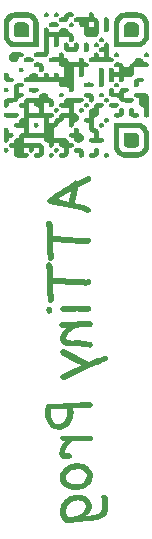
<source format=gbr>
%TF.GenerationSoftware,KiCad,Pcbnew,8.0.7*%
%TF.CreationDate,2025-02-21T23:23:42-08:00*%
%TF.ProjectId,Attiny2x4x8x Programmers,41747469-6e79-4327-9834-783878205072,rev?*%
%TF.SameCoordinates,Original*%
%TF.FileFunction,Legend,Bot*%
%TF.FilePolarity,Positive*%
%FSLAX46Y46*%
G04 Gerber Fmt 4.6, Leading zero omitted, Abs format (unit mm)*
G04 Created by KiCad (PCBNEW 8.0.7) date 2025-02-21 23:23:42*
%MOMM*%
%LPD*%
G01*
G04 APERTURE LIST*
%ADD10C,0.500000*%
%ADD11C,0.000000*%
G04 APERTURE END LIST*
D10*
G36*
X88734542Y-79233260D02*
G01*
X88897800Y-79312086D01*
X88906664Y-79322224D01*
X88971000Y-79494633D01*
X88954448Y-79583993D01*
X88830926Y-79716039D01*
X88791742Y-79735067D01*
X88604719Y-79824938D01*
X88432522Y-79906029D01*
X88245457Y-79991746D01*
X88054197Y-80075768D01*
X87871198Y-80150718D01*
X87720281Y-80826685D01*
X87696587Y-80929015D01*
X87654791Y-81118678D01*
X87616682Y-81308150D01*
X87582919Y-81505362D01*
X87618951Y-81511543D01*
X87820800Y-81547253D01*
X88025212Y-81585943D01*
X88217841Y-81626243D01*
X88397151Y-81670739D01*
X88531647Y-81714851D01*
X88723864Y-81796667D01*
X88890302Y-81910502D01*
X88971000Y-82077404D01*
X88970721Y-82090077D01*
X88899607Y-82258143D01*
X88890549Y-82267664D01*
X88722482Y-82336765D01*
X88631446Y-82320483D01*
X88457699Y-82262662D01*
X88069108Y-82118070D01*
X86326778Y-81738517D01*
X85484531Y-81578562D01*
X85451482Y-81568805D01*
X85279843Y-81472829D01*
X85211614Y-81303838D01*
X85234537Y-81246708D01*
X85298531Y-81180031D01*
X86116216Y-81180031D01*
X87072329Y-81386074D01*
X87099157Y-81234691D01*
X87137494Y-81026201D01*
X87173543Y-80840014D01*
X87212709Y-80650985D01*
X87258491Y-80452554D01*
X86116216Y-81180031D01*
X85298531Y-81180031D01*
X85366576Y-81109134D01*
X85508701Y-80994296D01*
X85655411Y-80886445D01*
X85831463Y-80764390D01*
X85982757Y-80663526D01*
X86150556Y-80554672D01*
X86320240Y-80446567D01*
X86484981Y-80343206D01*
X86644781Y-80244590D01*
X86837580Y-80127992D01*
X87022657Y-80018807D01*
X87200012Y-79917035D01*
X87369646Y-79822676D01*
X87373461Y-79807330D01*
X87457081Y-79643648D01*
X87634429Y-79573255D01*
X87786251Y-79616632D01*
X87977086Y-79526616D01*
X88146544Y-79448601D01*
X88328303Y-79367961D01*
X88526648Y-79286571D01*
X88714349Y-79232561D01*
X88734542Y-79233260D01*
G37*
G36*
X85788173Y-86150373D02*
G01*
X85783102Y-85963941D01*
X85772300Y-85774658D01*
X85757448Y-85570198D01*
X85744120Y-85370194D01*
X85735012Y-85182006D01*
X85732144Y-84990928D01*
X85732144Y-84810188D01*
X85932087Y-84817192D01*
X86117331Y-84826892D01*
X86332821Y-84840405D01*
X86535500Y-84854579D01*
X86759183Y-84871399D01*
X86854538Y-84878869D01*
X87072846Y-84895010D01*
X87275357Y-84908416D01*
X87462072Y-84919085D01*
X87665277Y-84928278D01*
X87873599Y-84934023D01*
X87978739Y-84934898D01*
X88161060Y-84945065D01*
X88244426Y-84952972D01*
X88424932Y-84968063D01*
X88512824Y-84971046D01*
X88698008Y-84951294D01*
X88805623Y-84915017D01*
X88947743Y-84795065D01*
X88971000Y-84693611D01*
X88909047Y-84521308D01*
X88900511Y-84511064D01*
X88733397Y-84430049D01*
X88719771Y-84429731D01*
X88606809Y-84442383D01*
X88493847Y-84455034D01*
X88303817Y-84449300D01*
X88124234Y-84438768D01*
X87931986Y-84427648D01*
X87751910Y-84422501D01*
X87554283Y-84418830D01*
X87351428Y-84409594D01*
X87155318Y-84397204D01*
X86938685Y-84380683D01*
X86742479Y-84363761D01*
X86532193Y-84345881D01*
X86341321Y-84330649D01*
X86137905Y-84315865D01*
X85935921Y-84303435D01*
X85751679Y-84295585D01*
X85732144Y-84295080D01*
X85734855Y-84063733D01*
X85732059Y-83863366D01*
X85723672Y-83679774D01*
X85706819Y-83486785D01*
X85678240Y-83294184D01*
X85655330Y-83188953D01*
X85559597Y-83028183D01*
X85408620Y-82982909D01*
X85233665Y-83044821D01*
X85228784Y-83048879D01*
X85148030Y-83215824D01*
X85148355Y-83244982D01*
X85167219Y-83431072D01*
X85189498Y-83612780D01*
X85194443Y-83651646D01*
X85213752Y-83842013D01*
X85224003Y-84032496D01*
X85224265Y-84062829D01*
X85222684Y-84254865D01*
X85219422Y-84450488D01*
X85217939Y-84525523D01*
X85214338Y-84720453D01*
X85212009Y-84902365D01*
X85211614Y-84988217D01*
X85216237Y-85178721D01*
X85226086Y-85367686D01*
X85239628Y-85569295D01*
X85251885Y-85749978D01*
X85262281Y-85942632D01*
X85267533Y-86125122D01*
X85267643Y-86150373D01*
X85333567Y-86323629D01*
X85342650Y-86332920D01*
X85508288Y-86406372D01*
X85528812Y-86407023D01*
X85703656Y-86341893D01*
X85713166Y-86332920D01*
X85787880Y-86163900D01*
X85788173Y-86150373D01*
G37*
G36*
X85788173Y-89671182D02*
G01*
X85783102Y-89484750D01*
X85772300Y-89295468D01*
X85757448Y-89091008D01*
X85744120Y-88891004D01*
X85735012Y-88702816D01*
X85732144Y-88511737D01*
X85732144Y-88330997D01*
X85932087Y-88338001D01*
X86117331Y-88347702D01*
X86332821Y-88361215D01*
X86535500Y-88375388D01*
X86759183Y-88392209D01*
X86854538Y-88399678D01*
X87072846Y-88415820D01*
X87275357Y-88429225D01*
X87462072Y-88439895D01*
X87665277Y-88449087D01*
X87873599Y-88454832D01*
X87978739Y-88455708D01*
X88161060Y-88465874D01*
X88244426Y-88473782D01*
X88424932Y-88488873D01*
X88512824Y-88491856D01*
X88698008Y-88472103D01*
X88805623Y-88435826D01*
X88947743Y-88315875D01*
X88971000Y-88214420D01*
X88909047Y-88042117D01*
X88900511Y-88031873D01*
X88733397Y-87950858D01*
X88719771Y-87950540D01*
X88606809Y-87963192D01*
X88493847Y-87975844D01*
X88303817Y-87970109D01*
X88124234Y-87959577D01*
X87931986Y-87948458D01*
X87751910Y-87943311D01*
X87554283Y-87939639D01*
X87351428Y-87930404D01*
X87155318Y-87918013D01*
X86938685Y-87901493D01*
X86742479Y-87884570D01*
X86532193Y-87866691D01*
X86341321Y-87851458D01*
X86137905Y-87836674D01*
X85935921Y-87824245D01*
X85751679Y-87816394D01*
X85732144Y-87815889D01*
X85734855Y-87584542D01*
X85732059Y-87384176D01*
X85723672Y-87200584D01*
X85706819Y-87007594D01*
X85678240Y-86814994D01*
X85655330Y-86709762D01*
X85559597Y-86548992D01*
X85408620Y-86503719D01*
X85233665Y-86565630D01*
X85228784Y-86569689D01*
X85148030Y-86736633D01*
X85148355Y-86765792D01*
X85167219Y-86951881D01*
X85189498Y-87133590D01*
X85194443Y-87172456D01*
X85213752Y-87362823D01*
X85224003Y-87553306D01*
X85224265Y-87583639D01*
X85222684Y-87775675D01*
X85219422Y-87971297D01*
X85217939Y-88046332D01*
X85214338Y-88241263D01*
X85212009Y-88423175D01*
X85211614Y-88509026D01*
X85216237Y-88699531D01*
X85226086Y-88888496D01*
X85239628Y-89090104D01*
X85251885Y-89270787D01*
X85262281Y-89463441D01*
X85267533Y-89645932D01*
X85267643Y-89671182D01*
X85333567Y-89844438D01*
X85342650Y-89853729D01*
X85508288Y-89927181D01*
X85528812Y-89927833D01*
X85703656Y-89862703D01*
X85713166Y-89853729D01*
X85787880Y-89684710D01*
X85788173Y-89671182D01*
G37*
G36*
X85674307Y-90568555D02*
G01*
X85624194Y-90391783D01*
X85598397Y-90357090D01*
X85433936Y-90269305D01*
X85414042Y-90268527D01*
X85245103Y-90341262D01*
X85230591Y-90357090D01*
X85156477Y-90523949D01*
X85153777Y-90568555D01*
X85204486Y-90744134D01*
X85230591Y-90778213D01*
X85394156Y-90865101D01*
X85414042Y-90865872D01*
X85583724Y-90793879D01*
X85598397Y-90778213D01*
X85672454Y-90605841D01*
X85674307Y-90568555D01*
G37*
G36*
X87784443Y-90683325D02*
G01*
X87977609Y-90685358D01*
X88173189Y-90689552D01*
X88248041Y-90691458D01*
X88442369Y-90696603D01*
X88625222Y-90699930D01*
X88712542Y-90700495D01*
X88884783Y-90644088D01*
X88898704Y-90631814D01*
X88970717Y-90464912D01*
X88971000Y-90451074D01*
X88907458Y-90281101D01*
X88898704Y-90272142D01*
X88726613Y-90202829D01*
X88712542Y-90202557D01*
X88518698Y-90200298D01*
X88322906Y-90195638D01*
X88248041Y-90193520D01*
X88053819Y-90188375D01*
X87871368Y-90185048D01*
X87784443Y-90184483D01*
X87603113Y-90187473D01*
X87413619Y-90195380D01*
X87223003Y-90206723D01*
X87178062Y-90209787D01*
X86983220Y-90222455D01*
X86789031Y-90231669D01*
X86602536Y-90235892D01*
X86571680Y-90235994D01*
X86396752Y-90293143D01*
X86382807Y-90305579D01*
X86310582Y-90477770D01*
X86310511Y-90484511D01*
X86374052Y-90654590D01*
X86382807Y-90663443D01*
X86550211Y-90733312D01*
X86571680Y-90733932D01*
X86753010Y-90730942D01*
X86942504Y-90723034D01*
X87133120Y-90711692D01*
X87178062Y-90708628D01*
X87372903Y-90696397D01*
X87567092Y-90687501D01*
X87753587Y-90683424D01*
X87784443Y-90683325D01*
G37*
G36*
X89086673Y-93482079D02*
G01*
X89022911Y-93303531D01*
X88860748Y-93235369D01*
X88333892Y-93163977D01*
X88144835Y-93143911D01*
X87964106Y-93132175D01*
X87807036Y-93128733D01*
X87618050Y-93135652D01*
X87579304Y-93137770D01*
X87395790Y-93146092D01*
X87350668Y-93146807D01*
X87148196Y-93137077D01*
X86960948Y-93095974D01*
X86833071Y-92968097D01*
X86831041Y-92943475D01*
X86869804Y-92750757D01*
X86972318Y-92580749D01*
X87100459Y-92448301D01*
X87159084Y-92399448D01*
X87318078Y-92288802D01*
X87496841Y-92190920D01*
X87669475Y-92115744D01*
X87857244Y-92050342D01*
X87913672Y-92033450D01*
X88102146Y-92017159D01*
X88154960Y-92010858D01*
X88335248Y-91996455D01*
X88393536Y-91995495D01*
X88579952Y-92007257D01*
X88615846Y-92010858D01*
X88801638Y-92025486D01*
X88837252Y-92026221D01*
X89008337Y-91964268D01*
X89017088Y-91955732D01*
X89086605Y-91783595D01*
X89086673Y-91776800D01*
X89025514Y-91604815D01*
X89017088Y-91596060D01*
X88849286Y-91528548D01*
X88835445Y-91528283D01*
X88648337Y-91515137D01*
X88612231Y-91511113D01*
X88430249Y-91495863D01*
X88388114Y-91494846D01*
X88188902Y-91499117D01*
X87991122Y-91508966D01*
X87789032Y-91522522D01*
X87678711Y-91530994D01*
X87489663Y-91545431D01*
X87296695Y-91557589D01*
X87109042Y-91565730D01*
X86968404Y-91568046D01*
X86779519Y-91561612D01*
X86732538Y-91559009D01*
X86547482Y-91551519D01*
X86496673Y-91550875D01*
X86325630Y-91618723D01*
X86321355Y-91623171D01*
X86252741Y-91795472D01*
X86252674Y-91802103D01*
X86326343Y-91975267D01*
X86509367Y-92050493D01*
X86587946Y-92059658D01*
X86888878Y-92066887D01*
X86722259Y-92200756D01*
X86583880Y-92335773D01*
X86455103Y-92499307D01*
X86366992Y-92664493D01*
X86315594Y-92859298D01*
X86310511Y-92943475D01*
X86331974Y-93131388D01*
X86407429Y-93305928D01*
X86537212Y-93441437D01*
X86653916Y-93510094D01*
X86837052Y-93573524D01*
X87025492Y-93607947D01*
X87222159Y-93625344D01*
X87330787Y-93629382D01*
X87576593Y-93629382D01*
X87803421Y-93626671D01*
X87987283Y-93635620D01*
X88173147Y-93657171D01*
X88325759Y-93680893D01*
X88513965Y-93709963D01*
X88693877Y-93729504D01*
X88845385Y-93736018D01*
X89015580Y-93668170D01*
X89019799Y-93663722D01*
X89086412Y-93495603D01*
X89086673Y-93482079D01*
G37*
G36*
X86706331Y-96459766D02*
G01*
X88592350Y-95580467D01*
X88761003Y-95501521D01*
X88961970Y-95409549D01*
X89151993Y-95325035D01*
X89331074Y-95247977D01*
X89499211Y-95178378D01*
X89686531Y-95104702D01*
X89745469Y-95082529D01*
X90234370Y-94914441D01*
X90381976Y-94809630D01*
X90416917Y-94685806D01*
X90358141Y-94511279D01*
X90350043Y-94501451D01*
X90185570Y-94424637D01*
X90004492Y-94458921D01*
X89829938Y-94515168D01*
X89656301Y-94579451D01*
X89452447Y-94660875D01*
X89279726Y-94733193D01*
X89090007Y-94815154D01*
X88883291Y-94906756D01*
X88736038Y-94973182D01*
X86977441Y-94063157D01*
X86791279Y-93949291D01*
X86620051Y-93882287D01*
X86594272Y-93880610D01*
X86418037Y-93941497D01*
X86396362Y-93960136D01*
X86311266Y-94121500D01*
X86310511Y-94139972D01*
X86385473Y-94307478D01*
X86401785Y-94319808D01*
X86564493Y-94428802D01*
X86743552Y-94539802D01*
X86938963Y-94652806D01*
X87150725Y-94767816D01*
X87320277Y-94855389D01*
X87499026Y-94944090D01*
X87686974Y-95033919D01*
X87884118Y-95124876D01*
X88090461Y-95216960D01*
X88161286Y-95247906D01*
X87265720Y-95623845D01*
X87099507Y-95699554D01*
X86915469Y-95786516D01*
X86742069Y-95872009D01*
X86579307Y-95956031D01*
X86469562Y-96015146D01*
X86332878Y-96136581D01*
X86310511Y-96228419D01*
X86374340Y-96397640D01*
X86388229Y-96412773D01*
X86552843Y-96492496D01*
X86572584Y-96493203D01*
X86706331Y-96459766D01*
G37*
G36*
X89017088Y-98454228D02*
G01*
X89086673Y-98622316D01*
X89013473Y-98787693D01*
X89008921Y-98791752D01*
X88834541Y-98853663D01*
X88711730Y-98853741D01*
X88480214Y-98854362D01*
X88267505Y-98855605D01*
X88073606Y-98857469D01*
X87857680Y-98860672D01*
X87637361Y-98865798D01*
X87433808Y-98873545D01*
X87449972Y-98994519D01*
X87467245Y-99183513D01*
X87465971Y-99257846D01*
X87446855Y-99472753D01*
X87404802Y-99675524D01*
X87339810Y-99866159D01*
X87251879Y-100044657D01*
X87141010Y-100211018D01*
X87070863Y-100296452D01*
X86917368Y-100442110D01*
X86746273Y-100554155D01*
X86557576Y-100632586D01*
X86351279Y-100677404D01*
X86165919Y-100689075D01*
X85991170Y-100673348D01*
X85799583Y-100615248D01*
X85621229Y-100514336D01*
X85478886Y-100393767D01*
X85346265Y-100241744D01*
X85274039Y-100139160D01*
X85170817Y-99955221D01*
X85097087Y-99765661D01*
X85052849Y-99570479D01*
X85038103Y-99369675D01*
X85038901Y-99310935D01*
X85558634Y-99310935D01*
X85560135Y-99371561D01*
X85586822Y-99568257D01*
X85646869Y-99756657D01*
X85729433Y-99919124D01*
X85839796Y-100066341D01*
X85990023Y-100180843D01*
X86173149Y-100223670D01*
X86304415Y-100212423D01*
X86481417Y-100153378D01*
X86634543Y-100043721D01*
X86750612Y-99903761D01*
X86845408Y-99728411D01*
X86903626Y-99554661D01*
X86937331Y-99364079D01*
X86946715Y-99183513D01*
X86916893Y-98904270D01*
X86000542Y-98957588D01*
X85576708Y-98963011D01*
X85563152Y-99112121D01*
X85562345Y-99128763D01*
X85558634Y-99310935D01*
X85038901Y-99310935D01*
X85040525Y-99191463D01*
X85050755Y-99000966D01*
X85055018Y-98956024D01*
X85088711Y-98770523D01*
X85121696Y-98612827D01*
X85282102Y-98521102D01*
X85465744Y-98495447D01*
X85647196Y-98490376D01*
X85997831Y-98490376D01*
X86039108Y-98489522D01*
X86236764Y-98482575D01*
X86419181Y-98473658D01*
X86630890Y-98461564D01*
X86829690Y-98449059D01*
X87048833Y-98434347D01*
X87090841Y-98431511D01*
X87291984Y-98418684D01*
X87478301Y-98408107D01*
X87682311Y-98398385D01*
X87893339Y-98391139D01*
X88098930Y-98388258D01*
X88845385Y-98388258D01*
X89017088Y-98454228D01*
G37*
G36*
X87039796Y-103161594D02*
G01*
X87217301Y-103123433D01*
X87340611Y-102988448D01*
X87351572Y-102907655D01*
X87281434Y-102737013D01*
X87103055Y-102688960D01*
X86926833Y-102680826D01*
X86715368Y-102673597D01*
X86747449Y-102482916D01*
X86802984Y-102292165D01*
X86879107Y-102126577D01*
X86941293Y-102030163D01*
X87074744Y-101883810D01*
X87230350Y-101766329D01*
X87398313Y-101673273D01*
X87439230Y-101654225D01*
X88830023Y-101659647D01*
X89005467Y-101611560D01*
X89085670Y-101438841D01*
X89086673Y-101408419D01*
X89014749Y-101233546D01*
X88831830Y-101184302D01*
X87064196Y-101184302D01*
X86874207Y-101188478D01*
X86814775Y-101190628D01*
X86632337Y-101196206D01*
X86565354Y-101196953D01*
X86382434Y-101246198D01*
X86310511Y-101421071D01*
X86387138Y-101591474D01*
X86554858Y-101659351D01*
X86710849Y-101672299D01*
X86578856Y-101827401D01*
X86469234Y-101987711D01*
X86381984Y-102153227D01*
X86317105Y-102323950D01*
X86274599Y-102499880D01*
X86254464Y-102681017D01*
X86252674Y-102754930D01*
X86290856Y-102934766D01*
X86405399Y-103062187D01*
X86581885Y-103135485D01*
X86772255Y-103161812D01*
X86864478Y-103164305D01*
X87039796Y-103161594D01*
G37*
G36*
X87906065Y-103532022D02*
G01*
X88113220Y-103557809D01*
X88303410Y-103606408D01*
X88476634Y-103677818D01*
X88632893Y-103772039D01*
X88772186Y-103889071D01*
X88810268Y-103928054D01*
X88924208Y-104071776D01*
X89017572Y-104249904D01*
X89071624Y-104442829D01*
X89086673Y-104623778D01*
X89084911Y-104690052D01*
X89058489Y-104878960D01*
X89000359Y-105053000D01*
X88910522Y-105212171D01*
X88788978Y-105356473D01*
X88635727Y-105485907D01*
X88585381Y-105520734D01*
X88426634Y-105612086D01*
X88256322Y-105683739D01*
X88074446Y-105735695D01*
X87881005Y-105767952D01*
X87676000Y-105780512D01*
X87515063Y-105777759D01*
X87331726Y-105760476D01*
X87131323Y-105721038D01*
X86945451Y-105660843D01*
X86774108Y-105579891D01*
X86640552Y-105491993D01*
X86491604Y-105348770D01*
X86387023Y-105182024D01*
X86326809Y-104991753D01*
X86310511Y-104809940D01*
X86312248Y-104776503D01*
X86831041Y-104776503D01*
X86832157Y-104811384D01*
X86878584Y-104995908D01*
X86993128Y-105137986D01*
X87175788Y-105237619D01*
X87380038Y-105288223D01*
X87577496Y-105307483D01*
X87805228Y-105307878D01*
X87871203Y-105303719D01*
X88053590Y-105269796D01*
X88228911Y-105194376D01*
X88375462Y-105079242D01*
X88458885Y-104979327D01*
X88539328Y-104812298D01*
X88566143Y-104624682D01*
X88562039Y-104555493D01*
X88506885Y-104376786D01*
X88398055Y-104230669D01*
X88372010Y-104206375D01*
X88206299Y-104100775D01*
X88022665Y-104045918D01*
X87830532Y-104030048D01*
X87718686Y-104034086D01*
X87527260Y-104061703D01*
X87348558Y-104115482D01*
X87182580Y-104195425D01*
X87080830Y-104264416D01*
X86941381Y-104408949D01*
X86858118Y-104579644D01*
X86831041Y-104776503D01*
X86312248Y-104776503D01*
X86318545Y-104655281D01*
X86351185Y-104474307D01*
X86423495Y-104275253D01*
X86531960Y-104095961D01*
X86676580Y-103936430D01*
X86824715Y-103818583D01*
X86879700Y-103781761D01*
X87051092Y-103686248D01*
X87232142Y-103613164D01*
X87422851Y-103562511D01*
X87623218Y-103534289D01*
X87833243Y-103528496D01*
X87906065Y-103532022D01*
G37*
G36*
X90153603Y-106202485D02*
G01*
X90295491Y-106324950D01*
X90364503Y-106507086D01*
X90367727Y-106521538D01*
X90398439Y-106711484D01*
X90412771Y-106893071D01*
X90416917Y-107074609D01*
X90413161Y-107214513D01*
X90393442Y-107408483D01*
X90349074Y-107610689D01*
X90281701Y-107786949D01*
X90176533Y-107956618D01*
X90063345Y-108073704D01*
X89903062Y-108185036D01*
X89731303Y-108265875D01*
X89558404Y-108322616D01*
X89473428Y-108343613D01*
X89285684Y-108378745D01*
X89101949Y-108401979D01*
X88900052Y-108418207D01*
X88712542Y-108426542D01*
X87844087Y-108485282D01*
X87728333Y-108497883D01*
X87540674Y-108524782D01*
X87357898Y-108553963D01*
X87246722Y-108572083D01*
X87050675Y-108597076D01*
X86866286Y-108607281D01*
X86779675Y-108600640D01*
X86613225Y-108511386D01*
X86559028Y-108335268D01*
X86468141Y-108254454D01*
X86372866Y-108091270D01*
X86365315Y-108070975D01*
X86322446Y-107887016D01*
X86310511Y-107694546D01*
X86311014Y-107669242D01*
X86831041Y-107669242D01*
X86832280Y-107712705D01*
X86866286Y-107895167D01*
X86883126Y-107942661D01*
X86972922Y-108106632D01*
X87006192Y-108102800D01*
X87194063Y-108080137D01*
X87387787Y-108054419D01*
X87575615Y-108025981D01*
X87760043Y-107991863D01*
X87925220Y-107949042D01*
X88091464Y-107861585D01*
X88243522Y-107743346D01*
X88371518Y-107605969D01*
X88471071Y-107434959D01*
X88508306Y-107244504D01*
X88504180Y-107160638D01*
X88454836Y-106974390D01*
X88339314Y-106825188D01*
X88202756Y-106745439D01*
X88026687Y-106698794D01*
X87832339Y-106685115D01*
X87654442Y-106696444D01*
X87468605Y-106737139D01*
X87301407Y-106807430D01*
X87135588Y-106921884D01*
X87098709Y-106955726D01*
X86974987Y-107108254D01*
X86889333Y-107288231D01*
X86845614Y-107468229D01*
X86831041Y-107669242D01*
X86311014Y-107669242D01*
X86312230Y-107608038D01*
X86331571Y-107401838D01*
X86372400Y-107210022D01*
X86434719Y-107032592D01*
X86518528Y-106869547D01*
X86623825Y-106720887D01*
X86750612Y-106586612D01*
X86777649Y-106562370D01*
X86950990Y-106433085D01*
X87110002Y-106346510D01*
X87282252Y-106279174D01*
X87467739Y-106231077D01*
X87666465Y-106202218D01*
X87878428Y-106192599D01*
X88003096Y-106197103D01*
X88206927Y-106226663D01*
X88392509Y-106283812D01*
X88559842Y-106368551D01*
X88708927Y-106480879D01*
X88747666Y-106517584D01*
X88877629Y-106677822D01*
X88967604Y-106859521D01*
X89013528Y-107036115D01*
X89028836Y-107229141D01*
X89023753Y-107318703D01*
X88977862Y-107499456D01*
X88884244Y-107662013D01*
X88767752Y-107786291D01*
X88617089Y-107898182D01*
X88450469Y-107989152D01*
X88646115Y-107984090D01*
X88859105Y-107970620D01*
X89048331Y-107949079D01*
X89239059Y-107913749D01*
X89417427Y-107859923D01*
X89527904Y-107808666D01*
X89686446Y-107696270D01*
X89800708Y-107554988D01*
X89870688Y-107384819D01*
X89896387Y-107185764D01*
X89896337Y-107074498D01*
X89884985Y-106894020D01*
X89856624Y-106713129D01*
X89833273Y-106591748D01*
X89812343Y-106408583D01*
X89882226Y-106235826D01*
X90059956Y-106187177D01*
X90153603Y-106202485D01*
G37*
D11*
%TO.C,G\u002A\u002A\u002A*%
G36*
X93835733Y-75569850D02*
G01*
X93837594Y-75612204D01*
X93838939Y-75665508D01*
X93839853Y-75731977D01*
X93840418Y-75813829D01*
X93840719Y-75913279D01*
X93840838Y-76032545D01*
X93840859Y-76173843D01*
X93840860Y-76217192D01*
X93840814Y-76357757D01*
X93840545Y-76477034D01*
X93839852Y-76577338D01*
X93838537Y-76660985D01*
X93836400Y-76730288D01*
X93833242Y-76787563D01*
X93828865Y-76835124D01*
X93823069Y-76875286D01*
X93815655Y-76910363D01*
X93806424Y-76942671D01*
X93795177Y-76974524D01*
X93781715Y-77008237D01*
X93765838Y-77046124D01*
X93728429Y-77124728D01*
X93647881Y-77251098D01*
X93549207Y-77363609D01*
X93434567Y-77460549D01*
X93306117Y-77540205D01*
X93166015Y-77600867D01*
X93016420Y-77640820D01*
X93009135Y-77641977D01*
X92970078Y-77645592D01*
X92910860Y-77648793D01*
X92834626Y-77651565D01*
X92744521Y-77653896D01*
X92643690Y-77655771D01*
X92535277Y-77657176D01*
X92422428Y-77658099D01*
X92308287Y-77658524D01*
X92196001Y-77658439D01*
X92088713Y-77657829D01*
X91989569Y-77656681D01*
X91901713Y-77654980D01*
X91828291Y-77652714D01*
X91772447Y-77649868D01*
X91737327Y-77646429D01*
X91680842Y-77635885D01*
X91531633Y-77591659D01*
X91391439Y-77526005D01*
X91262709Y-77440457D01*
X91147897Y-77336551D01*
X91049454Y-77215820D01*
X91038478Y-77199213D01*
X91003564Y-77137925D01*
X90967936Y-77064926D01*
X90935680Y-76988974D01*
X90910881Y-76918827D01*
X90883221Y-76828544D01*
X90879432Y-75758592D01*
X90877232Y-75137232D01*
X91324306Y-75137232D01*
X91327738Y-75964702D01*
X91331169Y-76792172D01*
X91371032Y-76876353D01*
X91396183Y-76924570D01*
X91425909Y-76973877D01*
X91452847Y-77011730D01*
X91498205Y-77057894D01*
X91566996Y-77110109D01*
X91644289Y-77154670D01*
X91721631Y-77186093D01*
X91723021Y-77186521D01*
X91742606Y-77192157D01*
X91762906Y-77196831D01*
X91786272Y-77200632D01*
X91815059Y-77203648D01*
X91851619Y-77205966D01*
X91898307Y-77207674D01*
X91957475Y-77208860D01*
X92031478Y-77209612D01*
X92122669Y-77210017D01*
X92233400Y-77210164D01*
X92366026Y-77210141D01*
X92453808Y-77210084D01*
X92571255Y-77209928D01*
X92668325Y-77209600D01*
X92747371Y-77208997D01*
X92810744Y-77208018D01*
X92860798Y-77206559D01*
X92899884Y-77204520D01*
X92930354Y-77201797D01*
X92954561Y-77198288D01*
X92974857Y-77193892D01*
X92993595Y-77188505D01*
X93013126Y-77182027D01*
X93022042Y-77178924D01*
X93128305Y-77129979D01*
X93217828Y-77064099D01*
X93292048Y-76979989D01*
X93352404Y-76876353D01*
X93392267Y-76792172D01*
X93392267Y-76173843D01*
X93392267Y-75555513D01*
X93348178Y-75463191D01*
X93326560Y-75422462D01*
X93265748Y-75336449D01*
X93192405Y-75262765D01*
X93112010Y-75207344D01*
X93096802Y-75199173D01*
X93072854Y-75186860D01*
X93049442Y-75176296D01*
X93024658Y-75167350D01*
X92996596Y-75159885D01*
X92963350Y-75153769D01*
X92923013Y-75148866D01*
X92873680Y-75145043D01*
X92813442Y-75142165D01*
X92740395Y-75140098D01*
X92652632Y-75138708D01*
X92548246Y-75137861D01*
X92425331Y-75137422D01*
X92281981Y-75137257D01*
X92116288Y-75137232D01*
X91324306Y-75137232D01*
X90877232Y-75137232D01*
X90875643Y-74688640D01*
X91891473Y-74688731D01*
X91983062Y-74688773D01*
X92169233Y-74689085D01*
X92339017Y-74689693D01*
X92491429Y-74690584D01*
X92625489Y-74691747D01*
X92740214Y-74693172D01*
X92834620Y-74694846D01*
X92907727Y-74696759D01*
X92958551Y-74698900D01*
X92986110Y-74701256D01*
X93041774Y-74711633D01*
X93190877Y-74755782D01*
X93331126Y-74821436D01*
X93460036Y-74907038D01*
X93575123Y-75011033D01*
X93673901Y-75131865D01*
X93681035Y-75142430D01*
X93717641Y-75205354D01*
X93754591Y-75281120D01*
X93787771Y-75360758D01*
X93813067Y-75435300D01*
X93815787Y-75444747D01*
X93821474Y-75465600D01*
X93826228Y-75486321D01*
X93830134Y-75509125D01*
X93833275Y-75536230D01*
X93834685Y-75555513D01*
X93835733Y-75569850D01*
G37*
G36*
X90274591Y-77239466D02*
G01*
X90334942Y-77261597D01*
X90388530Y-77301108D01*
X90430424Y-77356247D01*
X90432531Y-77360191D01*
X90450410Y-77419279D01*
X90447408Y-77481464D01*
X90425276Y-77541816D01*
X90385766Y-77595404D01*
X90330627Y-77637298D01*
X90326683Y-77639405D01*
X90267595Y-77657283D01*
X90205409Y-77654282D01*
X90145057Y-77632150D01*
X90091469Y-77592640D01*
X90049576Y-77537501D01*
X90047469Y-77533557D01*
X90029590Y-77474468D01*
X90032592Y-77412283D01*
X90054723Y-77351931D01*
X90094234Y-77298343D01*
X90149373Y-77256449D01*
X90153317Y-77254342D01*
X90212405Y-77236464D01*
X90274591Y-77239466D01*
G37*
G36*
X89420833Y-76816901D02*
G01*
X89456652Y-76821120D01*
X89484135Y-76832192D01*
X89513183Y-76853096D01*
X89535060Y-76871545D01*
X89562172Y-76899220D01*
X89581119Y-76928854D01*
X89593193Y-76964893D01*
X89599683Y-77011782D01*
X89601880Y-77073967D01*
X89601074Y-77155895D01*
X89599322Y-77227411D01*
X89596889Y-77280492D01*
X89593059Y-77319622D01*
X89587101Y-77349968D01*
X89578286Y-77376702D01*
X89565883Y-77404992D01*
X89534861Y-77461614D01*
X89471148Y-77540122D01*
X89391830Y-77600072D01*
X89296914Y-77641456D01*
X89275489Y-77646315D01*
X89225603Y-77652416D01*
X89159482Y-77656515D01*
X89081959Y-77658234D01*
X89068964Y-77658280D01*
X88992587Y-77657170D01*
X88934971Y-77652519D01*
X88891386Y-77642839D01*
X88857104Y-77626642D01*
X88827397Y-77602439D01*
X88797535Y-77568744D01*
X88783677Y-77550618D01*
X88769014Y-77523696D01*
X88762401Y-77492414D01*
X88760859Y-77446874D01*
X88761340Y-77417353D01*
X88765559Y-77381534D01*
X88776631Y-77354051D01*
X88797535Y-77325003D01*
X88804931Y-77316049D01*
X88838562Y-77281495D01*
X88874252Y-77258059D01*
X88917496Y-77243766D01*
X88973786Y-77236638D01*
X89048617Y-77234702D01*
X89179141Y-77234702D01*
X89179141Y-77104178D01*
X89179216Y-77086468D01*
X89182090Y-77016032D01*
X89190573Y-76962971D01*
X89206643Y-76921790D01*
X89232274Y-76886997D01*
X89269442Y-76853096D01*
X89287568Y-76839238D01*
X89314490Y-76824575D01*
X89345772Y-76817962D01*
X89391313Y-76816420D01*
X89420833Y-76816901D01*
G37*
G36*
X87827303Y-76812768D02*
G01*
X87829067Y-76812804D01*
X87900543Y-76814570D01*
X87953065Y-76817017D01*
X87991817Y-76820882D01*
X88021985Y-76826904D01*
X88048752Y-76835822D01*
X88077302Y-76848373D01*
X88161990Y-76898937D01*
X88231322Y-76966089D01*
X88284871Y-77050830D01*
X88324391Y-77131080D01*
X88324391Y-77327234D01*
X88324391Y-77523388D01*
X88287715Y-77568723D01*
X88278416Y-77579482D01*
X88243423Y-77612692D01*
X88208909Y-77637298D01*
X88172806Y-77651581D01*
X88111243Y-77657596D01*
X88049286Y-77645220D01*
X87995166Y-77615300D01*
X87987363Y-77608866D01*
X87952928Y-77575444D01*
X87929529Y-77539827D01*
X87915223Y-77496557D01*
X87908064Y-77440176D01*
X87906110Y-77365225D01*
X87906110Y-77234702D01*
X87775586Y-77234702D01*
X87757876Y-77234626D01*
X87687440Y-77231753D01*
X87634379Y-77223269D01*
X87593198Y-77207200D01*
X87558405Y-77181569D01*
X87524504Y-77144400D01*
X87510646Y-77126275D01*
X87495983Y-77099352D01*
X87489370Y-77068071D01*
X87487828Y-77022530D01*
X87488309Y-76993009D01*
X87492528Y-76957191D01*
X87503600Y-76929707D01*
X87524504Y-76900659D01*
X87542953Y-76878783D01*
X87570628Y-76851671D01*
X87600262Y-76832723D01*
X87636301Y-76820650D01*
X87683190Y-76814160D01*
X87745375Y-76811963D01*
X87827303Y-76812768D01*
G37*
G36*
X84935704Y-73839952D02*
G01*
X85278399Y-73839952D01*
X85353379Y-73840000D01*
X85446376Y-73840514D01*
X85520047Y-73842069D01*
X85577332Y-73845238D01*
X85621173Y-73850594D01*
X85654511Y-73858712D01*
X85680287Y-73870163D01*
X85701441Y-73885521D01*
X85720917Y-73905361D01*
X85741653Y-73930254D01*
X85755511Y-73948380D01*
X85770174Y-73975302D01*
X85776787Y-74006584D01*
X85778329Y-74052124D01*
X85777848Y-74081645D01*
X85773630Y-74117464D01*
X85762558Y-74144947D01*
X85741653Y-74173995D01*
X85734257Y-74182949D01*
X85700626Y-74217503D01*
X85664936Y-74240938D01*
X85621692Y-74255232D01*
X85565402Y-74262359D01*
X85490571Y-74264296D01*
X85360048Y-74264296D01*
X85360048Y-74476468D01*
X85360048Y-74688640D01*
X85570658Y-74688640D01*
X85781267Y-74688640D01*
X85789019Y-74631050D01*
X85790341Y-74622269D01*
X85812336Y-74544424D01*
X85850318Y-74466733D01*
X85899406Y-74399440D01*
X85946295Y-74358050D01*
X86011367Y-74317475D01*
X86081926Y-74286158D01*
X86148234Y-74269198D01*
X86205977Y-74261538D01*
X86213637Y-74203795D01*
X86228634Y-74143094D01*
X86259090Y-74072332D01*
X86299288Y-74006299D01*
X86344116Y-73954752D01*
X86366952Y-73936175D01*
X86414300Y-73904125D01*
X86461886Y-73877963D01*
X86480605Y-73869415D01*
X86502252Y-73860944D01*
X86525228Y-73854685D01*
X86553351Y-73850225D01*
X86590443Y-73847153D01*
X86640322Y-73845056D01*
X86706809Y-73843521D01*
X86793723Y-73842136D01*
X87057422Y-73838257D01*
X87057422Y-73626933D01*
X87057422Y-73415609D01*
X86714727Y-73415609D01*
X86639748Y-73415561D01*
X86546750Y-73415047D01*
X86473080Y-73413492D01*
X86415794Y-73410323D01*
X86371953Y-73404967D01*
X86338616Y-73396850D01*
X86312840Y-73385398D01*
X86291685Y-73370040D01*
X86272210Y-73350201D01*
X86251473Y-73325307D01*
X86237615Y-73307182D01*
X86222952Y-73280259D01*
X86216339Y-73248977D01*
X86214797Y-73203437D01*
X86215278Y-73173916D01*
X86219497Y-73138097D01*
X86230569Y-73110614D01*
X86251473Y-73081566D01*
X86257281Y-73074503D01*
X86291203Y-73039194D01*
X86326998Y-73015220D01*
X86370204Y-73000576D01*
X86426357Y-72993259D01*
X86500993Y-72991265D01*
X86629955Y-72991265D01*
X86637798Y-72932143D01*
X86652518Y-72871735D01*
X86682938Y-72800295D01*
X86723270Y-72733728D01*
X86768460Y-72681721D01*
X86791295Y-72663144D01*
X86838644Y-72631094D01*
X86886230Y-72604932D01*
X86954367Y-72572983D01*
X87560573Y-72569672D01*
X87601705Y-72569443D01*
X87737625Y-72568688D01*
X87851976Y-72568256D01*
X87946858Y-72568400D01*
X88024377Y-72569373D01*
X88086635Y-72571428D01*
X88135736Y-72574819D01*
X88173783Y-72579798D01*
X88202879Y-72586620D01*
X88225128Y-72595537D01*
X88242632Y-72606802D01*
X88257496Y-72620670D01*
X88271823Y-72637392D01*
X88287715Y-72657223D01*
X88301573Y-72675349D01*
X88316236Y-72702271D01*
X88322849Y-72733553D01*
X88324391Y-72779093D01*
X88323910Y-72808614D01*
X88319692Y-72844433D01*
X88308620Y-72871916D01*
X88287715Y-72900964D01*
X88273471Y-72918308D01*
X88253908Y-72939735D01*
X88233625Y-72956495D01*
X88209682Y-72969159D01*
X88179138Y-72978303D01*
X88139052Y-72984498D01*
X88086482Y-72988319D01*
X88018488Y-72990338D01*
X87932128Y-72991129D01*
X87824461Y-72991265D01*
X87481766Y-72991265D01*
X87481766Y-73414047D01*
X87481766Y-73836828D01*
X87540888Y-73844671D01*
X87601296Y-73859391D01*
X87672736Y-73889812D01*
X87739303Y-73930144D01*
X87791310Y-73975333D01*
X87817986Y-74007181D01*
X87864940Y-74083896D01*
X87891612Y-74167789D01*
X87900048Y-74264296D01*
X87898551Y-74307315D01*
X87882594Y-74397782D01*
X87847529Y-74477951D01*
X87791310Y-74553259D01*
X87745363Y-74594031D01*
X87679824Y-74635082D01*
X87608437Y-74666730D01*
X87540888Y-74683921D01*
X87481766Y-74691764D01*
X87481766Y-74820725D01*
X87481719Y-74834563D01*
X87478984Y-74905764D01*
X87470595Y-74959396D01*
X87454548Y-75000996D01*
X87428839Y-75036100D01*
X87391465Y-75070245D01*
X87373339Y-75084103D01*
X87346417Y-75098766D01*
X87315135Y-75105379D01*
X87269594Y-75106921D01*
X87240073Y-75106440D01*
X87204255Y-75102222D01*
X87176771Y-75091150D01*
X87147724Y-75070245D01*
X87130379Y-75056001D01*
X87108952Y-75036438D01*
X87092193Y-75016155D01*
X87079528Y-74992212D01*
X87070385Y-74961668D01*
X87064189Y-74921582D01*
X87060369Y-74869012D01*
X87058350Y-74801018D01*
X87057559Y-74714658D01*
X87057422Y-74606991D01*
X87057422Y-74264296D01*
X86846812Y-74264296D01*
X86636203Y-74264296D01*
X86628360Y-74323418D01*
X86613487Y-74384262D01*
X86583095Y-74455514D01*
X86542897Y-74521858D01*
X86497935Y-74573625D01*
X86488184Y-74582110D01*
X86419814Y-74628990D01*
X86342914Y-74664526D01*
X86267704Y-74683829D01*
X86211493Y-74691398D01*
X86203924Y-74747608D01*
X86202064Y-74759469D01*
X86179746Y-74835662D01*
X86147474Y-74900812D01*
X86142002Y-74911858D01*
X86093721Y-74977839D01*
X86047457Y-75018799D01*
X85982047Y-75059644D01*
X85910843Y-75091146D01*
X85843513Y-75108265D01*
X85784391Y-75116107D01*
X85784391Y-75538361D01*
X85784391Y-75960615D01*
X86260262Y-75964174D01*
X86736134Y-75967733D01*
X86804271Y-75999682D01*
X86832577Y-76014449D01*
X86881671Y-76045283D01*
X86922041Y-76076471D01*
X86962814Y-76122418D01*
X87003864Y-76187956D01*
X87035512Y-76259344D01*
X87052703Y-76326893D01*
X87060546Y-76386014D01*
X87189508Y-76386014D01*
X87203346Y-76386061D01*
X87274547Y-76388796D01*
X87328179Y-76397186D01*
X87369779Y-76413233D01*
X87404883Y-76438942D01*
X87439028Y-76476316D01*
X87452886Y-76494442D01*
X87467549Y-76521364D01*
X87474162Y-76552646D01*
X87475704Y-76598186D01*
X87475223Y-76627707D01*
X87471004Y-76663526D01*
X87459932Y-76691009D01*
X87439028Y-76720057D01*
X87432488Y-76727993D01*
X87398701Y-76762953D01*
X87362955Y-76786679D01*
X87319733Y-76801161D01*
X87263518Y-76808391D01*
X87188793Y-76810358D01*
X87059118Y-76810358D01*
X87055239Y-77074057D01*
X87054182Y-77142130D01*
X87052711Y-77213229D01*
X87050774Y-77266791D01*
X87047964Y-77306628D01*
X87043872Y-77336554D01*
X87038090Y-77360382D01*
X87030210Y-77381923D01*
X87019824Y-77404992D01*
X86988802Y-77461611D01*
X86925087Y-77540122D01*
X86845768Y-77600072D01*
X86750852Y-77641456D01*
X86729426Y-77646315D01*
X86679541Y-77652416D01*
X86613420Y-77656515D01*
X86535897Y-77658234D01*
X86522902Y-77658280D01*
X86446525Y-77657170D01*
X86388909Y-77652519D01*
X86345324Y-77642839D01*
X86311042Y-77626642D01*
X86281335Y-77602439D01*
X86251473Y-77568744D01*
X86237615Y-77550618D01*
X86222952Y-77523696D01*
X86216339Y-77492414D01*
X86214797Y-77446874D01*
X86215278Y-77417353D01*
X86219497Y-77381534D01*
X86230569Y-77354051D01*
X86251473Y-77325003D01*
X86258869Y-77316049D01*
X86292500Y-77281495D01*
X86328190Y-77258059D01*
X86371434Y-77243766D01*
X86427724Y-77236638D01*
X86502555Y-77234702D01*
X86633079Y-77234702D01*
X86633079Y-77024092D01*
X86633079Y-76813482D01*
X86575489Y-76805730D01*
X86566708Y-76804408D01*
X86488863Y-76782414D01*
X86411172Y-76744432D01*
X86343879Y-76695344D01*
X86302920Y-76649080D01*
X86262075Y-76583670D01*
X86230573Y-76512466D01*
X86213454Y-76445136D01*
X86205611Y-76386014D01*
X85995001Y-76386014D01*
X85784391Y-76386014D01*
X85784391Y-76516538D01*
X85784316Y-76534249D01*
X85781442Y-76604684D01*
X85772959Y-76657745D01*
X85756889Y-76698926D01*
X85731258Y-76733720D01*
X85694090Y-76767620D01*
X85675964Y-76781478D01*
X85649042Y-76796141D01*
X85617760Y-76802754D01*
X85572219Y-76804296D01*
X85542699Y-76803815D01*
X85506880Y-76799596D01*
X85479397Y-76788524D01*
X85450349Y-76767620D01*
X85443286Y-76761812D01*
X85407977Y-76727890D01*
X85384002Y-76692095D01*
X85369358Y-76648889D01*
X85362041Y-76592736D01*
X85360048Y-76518100D01*
X85360048Y-76389138D01*
X85300926Y-76381296D01*
X85240082Y-76366423D01*
X85168830Y-76336031D01*
X85102485Y-76295833D01*
X85050718Y-76250870D01*
X85044463Y-76243754D01*
X84996440Y-76174689D01*
X84960102Y-76096443D01*
X84940332Y-76019260D01*
X84932580Y-75961671D01*
X84085455Y-75961671D01*
X83238329Y-75961671D01*
X83238329Y-76173460D01*
X83238329Y-76385249D01*
X83926647Y-76388663D01*
X84614964Y-76392076D01*
X84695223Y-76431597D01*
X84777810Y-76483410D01*
X84845425Y-76552249D01*
X84897693Y-76639166D01*
X84929642Y-76707303D01*
X84929642Y-77022530D01*
X84929642Y-77337757D01*
X84897693Y-77405894D01*
X84847178Y-77490509D01*
X84780013Y-77559884D01*
X84695262Y-77613463D01*
X84678004Y-77621888D01*
X84649317Y-77634760D01*
X84622809Y-77643641D01*
X84593195Y-77649400D01*
X84555190Y-77652906D01*
X84503509Y-77655029D01*
X84432868Y-77656639D01*
X84378049Y-77657431D01*
X84309182Y-77656476D01*
X84257230Y-77651708D01*
X84217751Y-77641838D01*
X84186306Y-77625579D01*
X84158454Y-77601644D01*
X84129755Y-77568744D01*
X84115897Y-77550618D01*
X84101234Y-77523696D01*
X84094621Y-77492414D01*
X84093079Y-77446874D01*
X84093560Y-77417353D01*
X84097778Y-77381534D01*
X84108850Y-77354051D01*
X84129755Y-77325003D01*
X84137151Y-77316049D01*
X84170782Y-77281495D01*
X84206472Y-77258059D01*
X84249716Y-77243766D01*
X84306006Y-77236638D01*
X84380837Y-77234702D01*
X84511360Y-77234702D01*
X84511360Y-77022530D01*
X84511360Y-76810358D01*
X84299188Y-76810358D01*
X84087017Y-76810358D01*
X84087017Y-76940881D01*
X84086941Y-76958592D01*
X84084068Y-77029028D01*
X84075584Y-77082089D01*
X84059515Y-77123270D01*
X84033884Y-77158063D01*
X83996715Y-77191964D01*
X83978589Y-77205822D01*
X83951667Y-77220484D01*
X83920385Y-77227097D01*
X83874845Y-77228640D01*
X83845324Y-77228159D01*
X83809505Y-77223940D01*
X83782022Y-77212868D01*
X83752974Y-77191964D01*
X83744020Y-77184567D01*
X83709466Y-77150937D01*
X83686031Y-77115246D01*
X83671737Y-77072003D01*
X83664610Y-77015712D01*
X83662673Y-76940881D01*
X83662673Y-76810358D01*
X83450501Y-76810358D01*
X83238329Y-76810358D01*
X83238329Y-77022530D01*
X83238329Y-77234702D01*
X83368853Y-77234702D01*
X83386563Y-77234777D01*
X83456999Y-77237651D01*
X83510060Y-77246134D01*
X83551241Y-77262204D01*
X83586034Y-77287835D01*
X83619935Y-77325003D01*
X83633793Y-77343129D01*
X83648456Y-77370051D01*
X83655069Y-77401333D01*
X83656611Y-77446874D01*
X83656130Y-77476394D01*
X83651911Y-77512213D01*
X83640839Y-77539697D01*
X83619935Y-77568744D01*
X83609806Y-77581216D01*
X83591263Y-77602709D01*
X83572842Y-77619868D01*
X83551836Y-77633152D01*
X83525538Y-77643024D01*
X83491239Y-77649944D01*
X83446232Y-77654373D01*
X83387809Y-77656772D01*
X83313262Y-77657602D01*
X83219883Y-77657323D01*
X83104964Y-77656396D01*
X82710931Y-77652983D01*
X82642793Y-77621034D01*
X82558187Y-77570525D01*
X82488806Y-77503359D01*
X82435225Y-77418607D01*
X82395704Y-77338392D01*
X82391825Y-77074375D01*
X82387946Y-76810358D01*
X82258271Y-76810358D01*
X82242654Y-76810299D01*
X82171805Y-76807500D01*
X82118436Y-76799067D01*
X82077030Y-76783009D01*
X82042069Y-76757336D01*
X82008036Y-76720057D01*
X81994178Y-76701931D01*
X81979516Y-76675009D01*
X81972903Y-76643727D01*
X81971360Y-76598186D01*
X81971841Y-76568666D01*
X81976060Y-76532847D01*
X81987132Y-76505363D01*
X82008036Y-76476316D01*
X82013845Y-76469252D01*
X82047766Y-76433944D01*
X82083562Y-76409969D01*
X82126768Y-76395325D01*
X82182920Y-76388008D01*
X82257557Y-76386014D01*
X82386518Y-76386014D01*
X82394361Y-76326893D01*
X82409233Y-76266048D01*
X82439626Y-76194797D01*
X82479823Y-76128452D01*
X82524786Y-76076685D01*
X82534537Y-76068200D01*
X82602907Y-76021321D01*
X82679806Y-75985784D01*
X82755017Y-75966482D01*
X82811228Y-75958913D01*
X82818887Y-75901170D01*
X82834036Y-75840042D01*
X82864463Y-75769464D01*
X82904527Y-75703651D01*
X82949130Y-75652341D01*
X82956246Y-75646086D01*
X83025311Y-75598063D01*
X83103557Y-75561725D01*
X83180740Y-75541955D01*
X83238329Y-75534203D01*
X83238329Y-75323593D01*
X83238329Y-75112983D01*
X82895634Y-75112983D01*
X82820655Y-75112936D01*
X82727657Y-75112422D01*
X82653987Y-75110867D01*
X82596701Y-75107698D01*
X82552860Y-75102341D01*
X82519522Y-75094224D01*
X82493747Y-75082773D01*
X82472592Y-75067414D01*
X82453117Y-75047575D01*
X82432380Y-75022682D01*
X82418522Y-75004556D01*
X82403859Y-74977634D01*
X82397246Y-74946352D01*
X82395704Y-74900812D01*
X82396185Y-74871291D01*
X82400404Y-74835472D01*
X82411476Y-74807989D01*
X82432380Y-74778941D01*
X82438188Y-74771878D01*
X82472110Y-74736569D01*
X82507905Y-74712594D01*
X82551111Y-74697950D01*
X82607264Y-74690633D01*
X82681900Y-74688640D01*
X82810862Y-74688640D01*
X82818614Y-74631050D01*
X82819935Y-74622269D01*
X82841930Y-74544424D01*
X82879912Y-74466733D01*
X82929000Y-74399440D01*
X82975263Y-74358481D01*
X83040673Y-74317636D01*
X83111878Y-74286134D01*
X83179207Y-74269015D01*
X83214780Y-74264296D01*
X83662673Y-74264296D01*
X83662673Y-74900812D01*
X83662673Y-75537327D01*
X84299188Y-75537327D01*
X84935704Y-75537327D01*
X84935704Y-74900812D01*
X84935704Y-74264296D01*
X84299188Y-74264296D01*
X83662673Y-74264296D01*
X83214780Y-74264296D01*
X83238329Y-74261172D01*
X83238329Y-73838390D01*
X83238329Y-73415609D01*
X83107806Y-73415609D01*
X83090095Y-73415533D01*
X83019660Y-73412660D01*
X82966598Y-73404176D01*
X82925418Y-73388107D01*
X82890624Y-73362476D01*
X82856724Y-73325307D01*
X82842866Y-73307182D01*
X82828203Y-73280259D01*
X82821590Y-73248977D01*
X82820048Y-73203437D01*
X82820529Y-73173916D01*
X82824747Y-73138097D01*
X82835819Y-73110614D01*
X82856724Y-73081566D01*
X82862532Y-73074503D01*
X82896454Y-73039194D01*
X82932249Y-73015220D01*
X82975455Y-73000576D01*
X83031608Y-72993259D01*
X83106244Y-72991265D01*
X83235205Y-72991265D01*
X83662673Y-72991265D01*
X83662673Y-73415609D01*
X83662673Y-73839952D01*
X84087017Y-73839952D01*
X84511360Y-73839952D01*
X84511360Y-73629342D01*
X84511360Y-73418733D01*
X84452238Y-73410890D01*
X84391394Y-73396017D01*
X84320142Y-73365625D01*
X84253798Y-73325427D01*
X84202031Y-73280465D01*
X84195776Y-73273348D01*
X84147752Y-73204283D01*
X84111414Y-73126037D01*
X84091645Y-73048855D01*
X84083893Y-72991265D01*
X83873283Y-72991265D01*
X83662673Y-72991265D01*
X83235205Y-72991265D01*
X83243048Y-72932143D01*
X83257768Y-72871735D01*
X83288189Y-72800295D01*
X83328521Y-72733728D01*
X83373710Y-72681721D01*
X83396546Y-72663144D01*
X83443894Y-72631094D01*
X83491480Y-72604932D01*
X83559618Y-72572983D01*
X84033997Y-72569430D01*
X84508375Y-72565876D01*
X84516149Y-72507277D01*
X84530972Y-72446758D01*
X84561407Y-72375576D01*
X84601688Y-72309211D01*
X84646741Y-72257378D01*
X84678589Y-72230702D01*
X84755304Y-72183748D01*
X84839197Y-72157076D01*
X84935704Y-72148640D01*
X84978723Y-72150136D01*
X85069190Y-72166094D01*
X85149359Y-72201159D01*
X85224667Y-72257378D01*
X85265876Y-72303955D01*
X85306653Y-72369156D01*
X85338114Y-72439897D01*
X85355146Y-72506420D01*
X85362806Y-72564163D01*
X85420549Y-72571823D01*
X85481250Y-72586820D01*
X85552012Y-72617276D01*
X85618045Y-72657475D01*
X85669591Y-72702302D01*
X85688168Y-72725137D01*
X85720217Y-72772486D01*
X85746377Y-72820073D01*
X85746687Y-72820734D01*
X85759153Y-72849193D01*
X85768001Y-72875978D01*
X85773969Y-72906274D01*
X85777797Y-72945266D01*
X85780221Y-72998137D01*
X85781981Y-73070072D01*
X85782770Y-73124273D01*
X85781833Y-73193233D01*
X85777079Y-73245254D01*
X85767218Y-73284783D01*
X85750960Y-73316265D01*
X85727014Y-73344146D01*
X85694090Y-73372871D01*
X85675964Y-73386729D01*
X85649042Y-73401391D01*
X85617760Y-73408004D01*
X85572219Y-73409547D01*
X85542699Y-73409066D01*
X85506880Y-73404847D01*
X85479397Y-73393775D01*
X85450349Y-73372871D01*
X85441395Y-73365474D01*
X85406841Y-73331844D01*
X85383405Y-73296153D01*
X85369112Y-73252910D01*
X85361984Y-73196619D01*
X85360048Y-73121788D01*
X85360048Y-72991265D01*
X85147876Y-72991265D01*
X84935704Y-72991265D01*
X84935704Y-73415609D01*
X84935704Y-73418733D01*
X84935704Y-73839952D01*
G37*
G36*
X85606810Y-77239466D02*
G01*
X85667162Y-77261597D01*
X85720750Y-77301108D01*
X85762644Y-77356247D01*
X85764751Y-77360191D01*
X85782629Y-77419279D01*
X85779628Y-77481464D01*
X85757496Y-77541816D01*
X85717985Y-77595404D01*
X85662847Y-77637298D01*
X85658903Y-77639405D01*
X85599814Y-77657283D01*
X85537629Y-77654282D01*
X85477277Y-77632150D01*
X85423689Y-77592640D01*
X85381795Y-77537501D01*
X85379688Y-77533557D01*
X85361810Y-77474468D01*
X85364811Y-77412283D01*
X85386943Y-77351931D01*
X85426454Y-77298343D01*
X85481592Y-77256449D01*
X85485536Y-77254342D01*
X85544625Y-77236464D01*
X85606810Y-77239466D01*
G37*
G36*
X86031154Y-76815122D02*
G01*
X86091506Y-76837253D01*
X86145094Y-76876764D01*
X86186988Y-76931903D01*
X86189094Y-76935847D01*
X86206973Y-76994935D01*
X86203971Y-77057121D01*
X86181840Y-77117472D01*
X86142329Y-77171060D01*
X86087190Y-77212954D01*
X86083246Y-77215061D01*
X86024158Y-77232940D01*
X85961972Y-77229938D01*
X85901621Y-77207806D01*
X85848033Y-77168296D01*
X85806139Y-77113157D01*
X85804032Y-77109213D01*
X85786153Y-77050125D01*
X85789155Y-76987939D01*
X85811287Y-76927587D01*
X85850797Y-76873999D01*
X85905936Y-76832106D01*
X85909880Y-76829999D01*
X85968969Y-76812120D01*
X86031154Y-76815122D01*
G37*
G36*
X81787717Y-76815122D02*
G01*
X81848069Y-76837253D01*
X81901657Y-76876764D01*
X81943551Y-76931903D01*
X81945658Y-76935847D01*
X81963536Y-76994935D01*
X81960534Y-77057121D01*
X81938403Y-77117472D01*
X81898892Y-77171060D01*
X81843753Y-77212954D01*
X81839809Y-77215061D01*
X81780721Y-77232940D01*
X81718536Y-77229938D01*
X81658184Y-77207806D01*
X81604596Y-77168296D01*
X81562702Y-77113157D01*
X81560595Y-77109213D01*
X81542717Y-77050125D01*
X81545718Y-76987939D01*
X81567850Y-76927587D01*
X81607360Y-76873999D01*
X81662499Y-76832106D01*
X81666443Y-76829999D01*
X81725532Y-76812120D01*
X81787717Y-76815122D01*
G37*
G36*
X89805452Y-72993824D02*
G01*
X89857474Y-72998578D01*
X89897003Y-73008439D01*
X89928485Y-73024697D01*
X89956365Y-73048643D01*
X89985090Y-73081566D01*
X89998948Y-73099692D01*
X90013611Y-73126614D01*
X90020224Y-73157896D01*
X90021766Y-73203437D01*
X90021285Y-73232958D01*
X90017066Y-73268776D01*
X90005994Y-73296260D01*
X89985090Y-73325307D01*
X89978550Y-73333244D01*
X89944764Y-73368204D01*
X89909017Y-73391930D01*
X89865795Y-73406412D01*
X89809580Y-73413641D01*
X89734855Y-73415609D01*
X89605180Y-73415609D01*
X89601301Y-73679308D01*
X89600203Y-73749935D01*
X89598734Y-73820360D01*
X89596787Y-73873383D01*
X89593952Y-73912822D01*
X89589815Y-73942499D01*
X89583965Y-73966231D01*
X89575988Y-73987840D01*
X89565473Y-74011145D01*
X89550706Y-74039450D01*
X89519873Y-74088545D01*
X89488684Y-74128915D01*
X89442737Y-74169688D01*
X89377199Y-74210738D01*
X89305811Y-74242386D01*
X89238263Y-74259577D01*
X89179141Y-74267420D01*
X89179141Y-74688640D01*
X89179141Y-75109859D01*
X89238263Y-75117702D01*
X89298671Y-75132423D01*
X89370111Y-75162843D01*
X89436678Y-75203175D01*
X89488684Y-75248364D01*
X89507262Y-75271200D01*
X89539312Y-75318548D01*
X89565473Y-75366135D01*
X89574022Y-75384853D01*
X89582493Y-75406500D01*
X89588752Y-75429476D01*
X89593212Y-75457600D01*
X89596284Y-75494691D01*
X89598381Y-75544571D01*
X89599916Y-75611058D01*
X89601301Y-75697971D01*
X89605180Y-75961671D01*
X89734855Y-75961671D01*
X89750472Y-75961730D01*
X89821321Y-75964529D01*
X89874690Y-75972962D01*
X89916097Y-75989020D01*
X89951058Y-76014693D01*
X89985090Y-76051972D01*
X89998948Y-76070098D01*
X90013611Y-76097020D01*
X90020224Y-76128302D01*
X90021766Y-76173843D01*
X90021285Y-76203363D01*
X90017066Y-76239182D01*
X90005994Y-76266665D01*
X89985090Y-76295713D01*
X89975704Y-76306547D01*
X89940814Y-76339432D01*
X89906472Y-76363521D01*
X89895153Y-76368918D01*
X89880832Y-76373643D01*
X89861791Y-76377413D01*
X89835590Y-76380334D01*
X89799787Y-76382514D01*
X89751942Y-76384058D01*
X89689613Y-76385074D01*
X89610359Y-76385668D01*
X89511739Y-76385945D01*
X89391313Y-76386014D01*
X89315077Y-76386016D01*
X89202375Y-76385868D01*
X89110080Y-76385215D01*
X89035766Y-76383687D01*
X88977007Y-76380916D01*
X88931379Y-76376532D01*
X88896456Y-76370167D01*
X88869813Y-76361452D01*
X88849025Y-76350017D01*
X88831666Y-76335495D01*
X88815311Y-76317517D01*
X88797535Y-76295713D01*
X88783677Y-76277587D01*
X88769014Y-76250665D01*
X88762401Y-76219383D01*
X88760859Y-76173843D01*
X88761340Y-76144322D01*
X88765559Y-76108503D01*
X88776631Y-76081020D01*
X88797535Y-76051972D01*
X88804931Y-76043018D01*
X88838562Y-76008464D01*
X88874252Y-75985028D01*
X88917496Y-75970735D01*
X88973786Y-75963607D01*
X89048617Y-75961671D01*
X89179141Y-75961671D01*
X89179141Y-75751061D01*
X89179141Y-75540451D01*
X89120019Y-75532608D01*
X89059610Y-75517888D01*
X88988171Y-75487467D01*
X88921604Y-75447135D01*
X88869597Y-75401946D01*
X88851019Y-75379110D01*
X88818970Y-75331762D01*
X88792808Y-75284176D01*
X88784260Y-75265457D01*
X88775788Y-75243810D01*
X88769529Y-75220835D01*
X88765070Y-75192711D01*
X88761998Y-75155619D01*
X88759900Y-75105740D01*
X88758365Y-75039253D01*
X88756980Y-74952339D01*
X88753102Y-74688640D01*
X88623426Y-74688640D01*
X88607809Y-74688580D01*
X88536961Y-74685781D01*
X88483591Y-74677349D01*
X88442185Y-74661291D01*
X88407224Y-74635618D01*
X88373191Y-74598338D01*
X88359333Y-74580213D01*
X88344671Y-74553290D01*
X88338058Y-74522008D01*
X88336515Y-74476468D01*
X88336996Y-74446947D01*
X88341215Y-74411129D01*
X88352287Y-74383645D01*
X88373191Y-74354597D01*
X88379731Y-74346661D01*
X88413518Y-74311701D01*
X88449264Y-74287975D01*
X88492486Y-74273493D01*
X88548701Y-74266263D01*
X88623426Y-74264296D01*
X88753102Y-74264296D01*
X88756980Y-74000597D01*
X88758078Y-73929970D01*
X88759548Y-73859545D01*
X88761494Y-73806522D01*
X88764329Y-73767082D01*
X88768466Y-73737406D01*
X88774316Y-73713673D01*
X88782293Y-73692065D01*
X88792808Y-73668760D01*
X88807576Y-73640454D01*
X88838409Y-73591360D01*
X88869597Y-73550990D01*
X88916175Y-73509781D01*
X88981376Y-73469003D01*
X89052116Y-73437542D01*
X89118640Y-73420510D01*
X89176383Y-73412851D01*
X89184043Y-73355108D01*
X89199039Y-73294407D01*
X89229496Y-73223644D01*
X89269694Y-73157612D01*
X89314522Y-73106065D01*
X89337357Y-73087488D01*
X89384705Y-73055439D01*
X89432292Y-73029280D01*
X89432953Y-73028970D01*
X89461412Y-73016504D01*
X89488197Y-73007656D01*
X89518494Y-73001687D01*
X89557485Y-72997860D01*
X89610356Y-72995435D01*
X89682291Y-72993675D01*
X89736492Y-72992886D01*
X89805452Y-72993824D01*
G37*
G36*
X87723459Y-75119526D02*
G01*
X87759277Y-75123745D01*
X87786761Y-75134817D01*
X87815808Y-75155722D01*
X87822872Y-75161530D01*
X87858180Y-75195451D01*
X87882155Y-75231247D01*
X87896799Y-75274453D01*
X87904116Y-75330606D01*
X87906110Y-75405242D01*
X87906110Y-75534203D01*
X87965232Y-75542046D01*
X88025640Y-75556766D01*
X88097080Y-75587187D01*
X88163646Y-75627519D01*
X88215653Y-75672708D01*
X88242329Y-75704556D01*
X88289283Y-75781271D01*
X88315955Y-75865163D01*
X88324391Y-75961671D01*
X88323606Y-76007444D01*
X88319289Y-76053226D01*
X88309624Y-76091572D01*
X88292855Y-76131961D01*
X88262432Y-76187691D01*
X88199148Y-76266111D01*
X88119843Y-76326413D01*
X88023883Y-76369151D01*
X87949206Y-76383416D01*
X87861696Y-76380418D01*
X87773093Y-76359734D01*
X87689532Y-76322840D01*
X87617147Y-76271214D01*
X87576374Y-76225267D01*
X87535324Y-76159729D01*
X87503676Y-76088341D01*
X87486485Y-76020793D01*
X87478642Y-75961671D01*
X87349681Y-75961671D01*
X87335842Y-75961624D01*
X87264641Y-75958889D01*
X87211009Y-75950500D01*
X87169409Y-75934452D01*
X87134305Y-75908743D01*
X87100160Y-75871369D01*
X87086302Y-75853244D01*
X87071640Y-75826321D01*
X87065027Y-75795040D01*
X87063484Y-75749499D01*
X87063965Y-75719978D01*
X87068184Y-75684160D01*
X87079256Y-75656676D01*
X87100160Y-75627628D01*
X87107557Y-75618674D01*
X87141187Y-75584121D01*
X87176878Y-75560685D01*
X87220121Y-75546391D01*
X87276412Y-75539264D01*
X87351243Y-75537327D01*
X87481766Y-75537327D01*
X87481766Y-75406804D01*
X87481842Y-75389093D01*
X87484715Y-75318657D01*
X87493199Y-75265596D01*
X87509268Y-75224416D01*
X87534899Y-75189622D01*
X87572067Y-75155722D01*
X87590193Y-75141864D01*
X87617115Y-75127201D01*
X87648397Y-75120588D01*
X87693938Y-75119045D01*
X87723459Y-75119526D01*
G37*
G36*
X81782647Y-75119526D02*
G01*
X81818466Y-75123745D01*
X81845949Y-75134817D01*
X81874997Y-75155722D01*
X81883951Y-75163118D01*
X81918505Y-75196748D01*
X81941941Y-75232439D01*
X81956234Y-75275682D01*
X81963362Y-75331973D01*
X81965298Y-75406804D01*
X81965298Y-75537327D01*
X82095822Y-75537327D01*
X82113532Y-75537403D01*
X82183968Y-75540276D01*
X82237029Y-75548760D01*
X82278210Y-75564829D01*
X82313003Y-75590460D01*
X82346904Y-75627628D01*
X82360762Y-75645754D01*
X82375425Y-75672676D01*
X82382038Y-75703958D01*
X82383580Y-75749499D01*
X82383099Y-75779020D01*
X82378880Y-75814838D01*
X82367808Y-75842322D01*
X82346904Y-75871369D01*
X82340535Y-75879102D01*
X82306717Y-75914144D01*
X82270959Y-75937928D01*
X82227741Y-75952447D01*
X82171541Y-75959697D01*
X82096837Y-75961671D01*
X81967329Y-75961671D01*
X81963283Y-76106078D01*
X81961783Y-76154900D01*
X81959378Y-76201734D01*
X81955413Y-76233835D01*
X81948728Y-76256605D01*
X81938164Y-76275445D01*
X81922560Y-76295756D01*
X81913294Y-76306464D01*
X81878288Y-76339659D01*
X81843753Y-76364267D01*
X81807651Y-76378550D01*
X81746088Y-76384565D01*
X81684131Y-76372189D01*
X81630011Y-76342269D01*
X81617388Y-76332054D01*
X81598057Y-76315556D01*
X81582295Y-76299033D01*
X81569737Y-76280062D01*
X81560019Y-76256221D01*
X81552778Y-76225087D01*
X81547649Y-76184239D01*
X81544268Y-76131253D01*
X81542273Y-76063709D01*
X81541298Y-75979183D01*
X81540980Y-75875254D01*
X81540955Y-75749499D01*
X81540953Y-75673263D01*
X81541101Y-75560562D01*
X81541754Y-75468267D01*
X81543282Y-75393952D01*
X81546053Y-75335194D01*
X81550437Y-75289566D01*
X81556802Y-75254643D01*
X81565517Y-75228000D01*
X81576952Y-75207211D01*
X81591473Y-75189852D01*
X81609452Y-75173498D01*
X81631256Y-75155722D01*
X81649382Y-75141864D01*
X81676304Y-75127201D01*
X81707586Y-75120588D01*
X81753126Y-75119045D01*
X81782647Y-75119526D01*
G37*
G36*
X89850247Y-74693403D02*
G01*
X89910599Y-74715535D01*
X89964187Y-74755046D01*
X90006081Y-74810185D01*
X90008188Y-74814128D01*
X90026066Y-74873217D01*
X90023064Y-74935402D01*
X90000933Y-74995754D01*
X89961422Y-75049342D01*
X89906283Y-75091236D01*
X89902339Y-75093343D01*
X89843251Y-75111221D01*
X89781066Y-75108220D01*
X89720714Y-75086088D01*
X89667126Y-75046577D01*
X89625232Y-74991439D01*
X89623125Y-74987495D01*
X89605246Y-74928406D01*
X89608248Y-74866221D01*
X89630380Y-74805869D01*
X89669890Y-74752281D01*
X89725029Y-74710387D01*
X89728973Y-74708280D01*
X89788062Y-74690402D01*
X89850247Y-74693403D01*
G37*
G36*
X90274591Y-74269060D02*
G01*
X90334942Y-74291191D01*
X90388530Y-74330702D01*
X90430424Y-74385841D01*
X90432531Y-74389785D01*
X90450410Y-74448873D01*
X90447408Y-74511059D01*
X90425276Y-74571410D01*
X90385766Y-74624998D01*
X90330627Y-74666892D01*
X90326683Y-74668999D01*
X90267595Y-74686878D01*
X90205409Y-74683876D01*
X90145057Y-74661744D01*
X90091469Y-74622234D01*
X90049576Y-74567095D01*
X90047469Y-74563151D01*
X90029590Y-74504062D01*
X90032592Y-74441877D01*
X90054723Y-74381525D01*
X90094234Y-74327937D01*
X90149373Y-74286044D01*
X90153317Y-74283937D01*
X90212405Y-74266058D01*
X90274591Y-74269060D01*
G37*
G36*
X93016680Y-72144300D02*
G01*
X93131599Y-72145227D01*
X93525632Y-72148640D01*
X93593770Y-72180589D01*
X93678520Y-72231201D01*
X93747817Y-72298343D01*
X93801338Y-72383075D01*
X93840859Y-72463349D01*
X93840859Y-73296013D01*
X93840859Y-74128676D01*
X93804183Y-74173993D01*
X93794893Y-74184737D01*
X93759897Y-74217942D01*
X93725376Y-74242549D01*
X93689273Y-74256831D01*
X93627711Y-74262847D01*
X93565754Y-74250471D01*
X93511634Y-74220551D01*
X93495578Y-74207371D01*
X93474186Y-74187907D01*
X93457442Y-74167748D01*
X93444778Y-74143949D01*
X93435623Y-74113567D01*
X93429409Y-74073658D01*
X93425566Y-74021278D01*
X93423526Y-73953482D01*
X93422720Y-73867326D01*
X93422577Y-73759866D01*
X93422577Y-73418733D01*
X93363456Y-73410890D01*
X93303047Y-73396170D01*
X93231608Y-73365749D01*
X93165041Y-73325417D01*
X93113034Y-73280228D01*
X93094456Y-73257392D01*
X93062406Y-73210044D01*
X93036245Y-73162458D01*
X93027696Y-73143739D01*
X93019225Y-73122092D01*
X93012966Y-73099116D01*
X93008507Y-73070992D01*
X93005434Y-73033901D01*
X93003337Y-72984021D01*
X93001802Y-72917534D01*
X93000417Y-72830621D01*
X92996538Y-72566921D01*
X92866863Y-72566921D01*
X92851246Y-72566862D01*
X92780397Y-72564063D01*
X92727028Y-72555630D01*
X92685622Y-72539573D01*
X92650661Y-72513899D01*
X92616628Y-72476620D01*
X92602770Y-72458494D01*
X92588108Y-72431572D01*
X92581494Y-72400290D01*
X92579952Y-72354749D01*
X92580433Y-72325229D01*
X92584652Y-72289410D01*
X92595724Y-72261927D01*
X92616628Y-72232879D01*
X92626757Y-72220407D01*
X92645301Y-72198914D01*
X92663721Y-72181755D01*
X92684727Y-72168471D01*
X92711025Y-72158599D01*
X92745324Y-72151679D01*
X92790331Y-72147250D01*
X92848754Y-72144851D01*
X92923301Y-72144022D01*
X93016680Y-72144300D01*
G37*
G36*
X92391239Y-73422152D02*
G01*
X92427058Y-73426370D01*
X92454541Y-73437442D01*
X92483589Y-73458347D01*
X92492543Y-73465743D01*
X92527097Y-73499374D01*
X92550532Y-73535064D01*
X92564826Y-73578308D01*
X92571953Y-73634598D01*
X92573890Y-73709429D01*
X92573890Y-73839952D01*
X92704413Y-73839952D01*
X92722124Y-73840028D01*
X92792560Y-73842901D01*
X92845621Y-73851385D01*
X92886802Y-73867454D01*
X92921595Y-73893085D01*
X92955496Y-73930254D01*
X92969354Y-73948380D01*
X92984016Y-73975302D01*
X92990629Y-74006584D01*
X92992172Y-74052124D01*
X92991691Y-74081645D01*
X92987472Y-74117464D01*
X92976400Y-74144947D01*
X92955496Y-74173995D01*
X92946193Y-74184750D01*
X92911201Y-74217904D01*
X92876689Y-74242427D01*
X92862120Y-74249619D01*
X92841405Y-74256428D01*
X92814611Y-74260666D01*
X92777200Y-74262727D01*
X92724637Y-74263003D01*
X92652383Y-74261889D01*
X92613489Y-74261075D01*
X92553223Y-74259311D01*
X92509211Y-74256587D01*
X92476166Y-74252036D01*
X92448803Y-74244786D01*
X92421839Y-74233968D01*
X92389988Y-74218713D01*
X92307505Y-74166955D01*
X92239848Y-74098085D01*
X92187561Y-74011145D01*
X92187251Y-74010483D01*
X92174785Y-73982025D01*
X92165937Y-73955239D01*
X92159968Y-73924943D01*
X92156141Y-73885952D01*
X92153717Y-73833081D01*
X92151957Y-73761146D01*
X92151167Y-73706945D01*
X92152105Y-73637985D01*
X92156859Y-73585963D01*
X92166720Y-73546434D01*
X92182978Y-73514952D01*
X92206924Y-73487072D01*
X92239848Y-73458347D01*
X92257974Y-73444489D01*
X92284896Y-73429826D01*
X92316178Y-73423213D01*
X92361718Y-73421671D01*
X92391239Y-73422152D01*
G37*
G36*
X91542552Y-73422152D02*
G01*
X91578370Y-73426370D01*
X91605854Y-73437442D01*
X91634901Y-73458347D01*
X91656778Y-73476796D01*
X91683890Y-73504471D01*
X91702837Y-73534104D01*
X91714911Y-73570143D01*
X91721401Y-73617032D01*
X91723598Y-73679218D01*
X91722793Y-73761146D01*
X91721040Y-73832662D01*
X91718607Y-73885743D01*
X91714777Y-73924872D01*
X91708820Y-73955219D01*
X91700004Y-73981953D01*
X91687601Y-74010243D01*
X91656580Y-74066864D01*
X91592867Y-74145373D01*
X91513549Y-74205322D01*
X91418632Y-74246707D01*
X91397207Y-74251566D01*
X91347321Y-74257667D01*
X91281200Y-74261766D01*
X91203677Y-74263485D01*
X91190682Y-74263530D01*
X91114306Y-74262421D01*
X91056689Y-74257770D01*
X91013104Y-74248090D01*
X90978822Y-74231892D01*
X90949115Y-74207690D01*
X90919254Y-74173995D01*
X90905396Y-74155869D01*
X90890733Y-74128947D01*
X90884120Y-74097665D01*
X90882577Y-74052124D01*
X90883058Y-74022604D01*
X90887277Y-73986785D01*
X90898349Y-73959301D01*
X90919254Y-73930254D01*
X90926650Y-73921300D01*
X90960280Y-73886746D01*
X90995971Y-73863310D01*
X91039214Y-73849016D01*
X91095505Y-73841889D01*
X91170336Y-73839952D01*
X91300859Y-73839952D01*
X91300859Y-73709429D01*
X91300935Y-73691718D01*
X91303808Y-73621283D01*
X91312292Y-73568222D01*
X91328361Y-73527041D01*
X91353992Y-73492247D01*
X91391160Y-73458347D01*
X91409286Y-73444489D01*
X91436208Y-73429826D01*
X91467490Y-73423213D01*
X91513031Y-73421671D01*
X91542552Y-73422152D01*
G37*
G36*
X82366407Y-73840098D02*
G01*
X82458702Y-73840752D01*
X82533017Y-73842279D01*
X82591775Y-73845051D01*
X82637403Y-73849435D01*
X82672326Y-73855800D01*
X82698969Y-73864515D01*
X82719758Y-73875949D01*
X82737117Y-73890471D01*
X82753471Y-73908450D01*
X82771247Y-73930254D01*
X82785105Y-73948380D01*
X82799768Y-73975302D01*
X82806381Y-74006584D01*
X82807924Y-74052124D01*
X82807443Y-74081645D01*
X82803224Y-74117464D01*
X82792152Y-74144947D01*
X82771247Y-74173995D01*
X82761862Y-74184829D01*
X82726971Y-74217714D01*
X82692630Y-74241803D01*
X82681311Y-74247199D01*
X82666989Y-74251924D01*
X82647949Y-74255694D01*
X82621748Y-74258616D01*
X82585945Y-74260796D01*
X82538099Y-74262340D01*
X82475770Y-74263356D01*
X82396516Y-74263949D01*
X82297897Y-74264227D01*
X82177470Y-74264296D01*
X82101234Y-74264297D01*
X81988533Y-74264150D01*
X81896238Y-74263497D01*
X81821924Y-74261969D01*
X81763165Y-74259198D01*
X81717537Y-74254814D01*
X81682614Y-74248448D01*
X81655971Y-74239733D01*
X81635183Y-74228299D01*
X81617824Y-74213777D01*
X81601469Y-74195799D01*
X81583693Y-74173995D01*
X81569835Y-74155869D01*
X81555172Y-74128947D01*
X81548559Y-74097665D01*
X81547017Y-74052124D01*
X81547497Y-74022604D01*
X81551716Y-73986785D01*
X81562788Y-73959301D01*
X81583693Y-73930254D01*
X81594387Y-73917032D01*
X81611039Y-73897508D01*
X81627685Y-73881593D01*
X81646753Y-73868919D01*
X81670666Y-73859118D01*
X81701851Y-73851820D01*
X81742732Y-73846657D01*
X81795735Y-73843260D01*
X81863285Y-73841260D01*
X81947808Y-73840287D01*
X82051727Y-73839975D01*
X82177470Y-73839952D01*
X82253706Y-73839951D01*
X82366407Y-73840098D01*
G37*
G36*
X88152872Y-73420372D02*
G01*
X88213224Y-73442504D01*
X88266812Y-73482015D01*
X88308706Y-73537153D01*
X88310813Y-73541097D01*
X88328691Y-73600186D01*
X88325690Y-73662371D01*
X88303558Y-73722723D01*
X88264047Y-73776311D01*
X88208909Y-73818205D01*
X88204965Y-73820312D01*
X88145876Y-73838190D01*
X88083691Y-73835189D01*
X88023339Y-73813057D01*
X87969751Y-73773546D01*
X87927857Y-73718408D01*
X87925750Y-73714464D01*
X87907872Y-73655375D01*
X87910873Y-73593190D01*
X87933005Y-73532838D01*
X87972516Y-73479250D01*
X88027655Y-73437356D01*
X88031598Y-73435249D01*
X88090687Y-73417371D01*
X88152872Y-73420372D01*
G37*
G36*
X86031154Y-73420372D02*
G01*
X86091506Y-73442504D01*
X86145094Y-73482015D01*
X86186988Y-73537153D01*
X86189094Y-73541097D01*
X86206973Y-73600186D01*
X86203971Y-73662371D01*
X86181840Y-73722723D01*
X86142329Y-73776311D01*
X86087190Y-73818205D01*
X86083246Y-73820312D01*
X86024158Y-73838190D01*
X85961972Y-73835189D01*
X85901621Y-73813057D01*
X85848033Y-73773546D01*
X85806139Y-73718408D01*
X85804032Y-73714464D01*
X85786153Y-73655375D01*
X85789155Y-73593190D01*
X85811287Y-73532838D01*
X85850797Y-73479250D01*
X85905936Y-73437356D01*
X85909880Y-73435249D01*
X85968969Y-73417371D01*
X86031154Y-73420372D01*
G37*
G36*
X90902653Y-72991279D02*
G01*
X90992291Y-72991836D01*
X91062047Y-72993809D01*
X91115402Y-72998024D01*
X91155842Y-73005304D01*
X91186850Y-73016474D01*
X91211910Y-73032358D01*
X91234506Y-73053780D01*
X91258121Y-73081566D01*
X91271979Y-73099692D01*
X91286642Y-73126614D01*
X91293255Y-73157896D01*
X91294797Y-73203437D01*
X91294316Y-73232958D01*
X91290097Y-73268776D01*
X91279025Y-73296260D01*
X91258121Y-73325307D01*
X91248735Y-73336142D01*
X91213845Y-73369026D01*
X91179503Y-73393115D01*
X91163594Y-73400465D01*
X91144092Y-73406181D01*
X91117947Y-73410272D01*
X91081636Y-73412999D01*
X91031641Y-73414623D01*
X90964441Y-73415406D01*
X90876515Y-73415609D01*
X90850378Y-73415594D01*
X90760739Y-73415038D01*
X90690984Y-73413064D01*
X90637629Y-73408850D01*
X90597189Y-73401570D01*
X90566181Y-73390400D01*
X90541121Y-73374516D01*
X90518525Y-73353093D01*
X90494910Y-73325307D01*
X90481052Y-73307182D01*
X90466389Y-73280259D01*
X90459776Y-73248977D01*
X90458234Y-73203437D01*
X90458715Y-73173916D01*
X90462933Y-73138097D01*
X90474005Y-73110614D01*
X90494910Y-73081566D01*
X90501148Y-73073920D01*
X90524178Y-73047815D01*
X90547067Y-73027865D01*
X90573297Y-73013247D01*
X90606353Y-73003135D01*
X90649720Y-72996705D01*
X90706880Y-72993133D01*
X90781317Y-72991595D01*
X90876515Y-72991265D01*
X90902653Y-72991279D01*
G37*
G36*
X88577216Y-72996029D02*
G01*
X88637568Y-73018160D01*
X88691156Y-73057671D01*
X88733050Y-73112810D01*
X88735156Y-73116754D01*
X88753035Y-73175842D01*
X88750033Y-73238028D01*
X88727902Y-73298379D01*
X88688391Y-73351967D01*
X88633252Y-73393861D01*
X88629308Y-73395968D01*
X88570220Y-73413847D01*
X88508035Y-73410845D01*
X88447683Y-73388713D01*
X88394095Y-73349203D01*
X88352201Y-73294064D01*
X88350094Y-73290120D01*
X88332215Y-73231031D01*
X88335217Y-73168846D01*
X88357349Y-73108494D01*
X88396859Y-73054906D01*
X88451998Y-73013012D01*
X88455942Y-73010906D01*
X88515031Y-72993027D01*
X88577216Y-72996029D01*
G37*
G36*
X83016164Y-71296459D02*
G01*
X83068116Y-71301228D01*
X83107595Y-71311098D01*
X83139040Y-71327356D01*
X83166892Y-71351292D01*
X83195591Y-71384192D01*
X83209449Y-71402317D01*
X83224112Y-71429240D01*
X83230725Y-71460522D01*
X83232267Y-71506062D01*
X83231786Y-71535583D01*
X83227568Y-71571401D01*
X83216496Y-71598885D01*
X83195591Y-71627933D01*
X83188195Y-71636887D01*
X83154564Y-71671440D01*
X83118874Y-71694876D01*
X83075630Y-71709170D01*
X83019340Y-71716297D01*
X82944509Y-71718234D01*
X82813986Y-71718234D01*
X82813986Y-71930406D01*
X82813986Y-72142578D01*
X82944509Y-72142578D01*
X82962220Y-72142653D01*
X83032655Y-72145527D01*
X83085716Y-72154010D01*
X83126897Y-72170080D01*
X83161691Y-72195711D01*
X83195591Y-72232879D01*
X83209449Y-72251005D01*
X83224112Y-72277927D01*
X83230725Y-72309209D01*
X83232267Y-72354749D01*
X83231786Y-72384270D01*
X83227568Y-72420089D01*
X83216496Y-72447572D01*
X83195591Y-72476620D01*
X83189783Y-72483683D01*
X83155861Y-72518992D01*
X83120066Y-72542967D01*
X83076860Y-72557611D01*
X83020707Y-72564928D01*
X82946071Y-72566921D01*
X82817110Y-72566921D01*
X82809267Y-72626043D01*
X82794546Y-72686452D01*
X82764126Y-72757891D01*
X82723794Y-72824458D01*
X82678605Y-72876465D01*
X82655769Y-72895043D01*
X82608421Y-72927093D01*
X82560834Y-72953254D01*
X82542494Y-72961637D01*
X82520793Y-72970164D01*
X82497830Y-72976464D01*
X82469772Y-72980951D01*
X82432791Y-72984041D01*
X82383054Y-72986148D01*
X82316732Y-72987687D01*
X82229994Y-72989072D01*
X81967291Y-72992940D01*
X81963263Y-73136510D01*
X81961810Y-73183924D01*
X81959414Y-73230975D01*
X81955462Y-73263216D01*
X81948781Y-73286074D01*
X81938204Y-73304976D01*
X81922560Y-73325350D01*
X81913294Y-73336059D01*
X81878288Y-73369253D01*
X81843753Y-73393861D01*
X81807651Y-73408144D01*
X81746088Y-73414160D01*
X81684131Y-73401784D01*
X81630011Y-73371863D01*
X81608887Y-73354044D01*
X81582016Y-73326571D01*
X81563217Y-73297034D01*
X81551221Y-73261009D01*
X81544759Y-73214070D01*
X81542562Y-73151795D01*
X81543361Y-73069757D01*
X81544176Y-73030864D01*
X81545940Y-72970598D01*
X81548663Y-72926585D01*
X81553215Y-72893540D01*
X81560465Y-72866178D01*
X81571282Y-72839214D01*
X81586537Y-72807363D01*
X81638295Y-72724881D01*
X81707164Y-72657223D01*
X81794106Y-72604932D01*
X81812625Y-72596471D01*
X81834301Y-72587970D01*
X81857270Y-72581690D01*
X81885358Y-72577216D01*
X81922392Y-72574134D01*
X81972196Y-72572032D01*
X82038596Y-72570495D01*
X82125418Y-72569110D01*
X82388592Y-72565237D01*
X82392148Y-72090208D01*
X82395704Y-71615179D01*
X82427653Y-71547041D01*
X82478168Y-71462427D01*
X82545333Y-71393051D01*
X82630083Y-71339473D01*
X82647342Y-71331048D01*
X82676029Y-71318175D01*
X82702537Y-71309295D01*
X82732151Y-71303536D01*
X82770156Y-71300030D01*
X82821837Y-71297907D01*
X82892478Y-71296297D01*
X82947296Y-71295505D01*
X83016164Y-71296459D01*
G37*
G36*
X91927171Y-71720793D02*
G01*
X91979192Y-71725547D01*
X92018721Y-71735408D01*
X92050203Y-71751666D01*
X92078083Y-71775611D01*
X92106808Y-71808535D01*
X92120666Y-71826661D01*
X92135329Y-71853583D01*
X92141942Y-71884865D01*
X92143484Y-71930406D01*
X92143004Y-71959927D01*
X92138785Y-71995745D01*
X92127713Y-72023229D01*
X92106808Y-72052276D01*
X92099412Y-72061230D01*
X92065781Y-72095784D01*
X92030091Y-72119220D01*
X91986848Y-72133514D01*
X91930557Y-72140641D01*
X91855726Y-72142578D01*
X91725203Y-72142578D01*
X91725203Y-72354749D01*
X91725203Y-72566921D01*
X92067898Y-72566921D01*
X92142877Y-72566969D01*
X92235875Y-72567483D01*
X92309546Y-72569038D01*
X92366831Y-72572207D01*
X92410672Y-72577563D01*
X92444010Y-72585681D01*
X92469785Y-72597132D01*
X92490940Y-72612490D01*
X92510415Y-72632330D01*
X92531152Y-72657223D01*
X92545010Y-72675349D01*
X92559673Y-72702271D01*
X92566286Y-72733553D01*
X92567828Y-72779093D01*
X92567347Y-72808614D01*
X92563129Y-72844433D01*
X92552056Y-72871916D01*
X92531152Y-72900964D01*
X92521821Y-72911743D01*
X92486841Y-72944796D01*
X92452345Y-72969153D01*
X92450665Y-72970056D01*
X92437537Y-72976178D01*
X92421988Y-72981001D01*
X92401289Y-72984647D01*
X92372712Y-72987237D01*
X92333530Y-72988893D01*
X92281013Y-72989738D01*
X92212435Y-72989892D01*
X92125067Y-72989477D01*
X92016181Y-72988616D01*
X91622148Y-72985203D01*
X91554010Y-72953254D01*
X91525705Y-72938486D01*
X91476610Y-72907653D01*
X91436240Y-72876465D01*
X91395205Y-72830139D01*
X91354319Y-72764803D01*
X91322784Y-72693806D01*
X91305688Y-72626876D01*
X91297956Y-72568587D01*
X91035391Y-72564723D01*
X90772825Y-72560859D01*
X90692610Y-72521339D01*
X90610136Y-72469585D01*
X90542475Y-72400713D01*
X90490186Y-72313770D01*
X90489876Y-72313109D01*
X90477410Y-72284650D01*
X90468562Y-72257865D01*
X90462594Y-72227568D01*
X90458766Y-72188577D01*
X90456342Y-72135706D01*
X90454582Y-72063771D01*
X90453793Y-72009570D01*
X90454730Y-71940610D01*
X90459484Y-71888588D01*
X90469345Y-71849059D01*
X90485603Y-71817577D01*
X90509549Y-71789697D01*
X90542473Y-71760972D01*
X90560599Y-71747114D01*
X90587521Y-71732451D01*
X90618803Y-71725838D01*
X90664344Y-71724296D01*
X90693864Y-71724777D01*
X90729683Y-71728996D01*
X90757166Y-71740068D01*
X90786214Y-71760972D01*
X90795168Y-71768368D01*
X90829722Y-71801999D01*
X90853158Y-71837689D01*
X90867451Y-71880933D01*
X90874579Y-71937223D01*
X90876515Y-72012054D01*
X90876515Y-72142578D01*
X91087125Y-72142578D01*
X91297735Y-72142578D01*
X91305578Y-72083456D01*
X91320298Y-72023047D01*
X91350719Y-71951608D01*
X91391051Y-71885041D01*
X91436240Y-71833034D01*
X91459075Y-71814457D01*
X91506424Y-71782408D01*
X91554010Y-71756249D01*
X91554672Y-71755939D01*
X91583130Y-71743473D01*
X91609916Y-71734625D01*
X91640212Y-71728656D01*
X91679204Y-71724829D01*
X91732075Y-71722404D01*
X91804009Y-71720644D01*
X91858211Y-71719855D01*
X91927171Y-71720793D01*
G37*
G36*
X90274591Y-72571685D02*
G01*
X90334942Y-72593817D01*
X90388530Y-72633327D01*
X90430424Y-72688466D01*
X90432531Y-72692410D01*
X90450410Y-72751499D01*
X90447408Y-72813684D01*
X90425276Y-72874036D01*
X90385766Y-72927624D01*
X90330627Y-72969518D01*
X90326683Y-72971624D01*
X90267595Y-72989503D01*
X90205409Y-72986501D01*
X90145057Y-72964370D01*
X90091469Y-72924859D01*
X90049576Y-72869720D01*
X90047469Y-72865776D01*
X90029590Y-72806688D01*
X90032592Y-72744502D01*
X90054723Y-72684151D01*
X90094234Y-72630563D01*
X90149373Y-72588669D01*
X90153317Y-72586562D01*
X90212405Y-72568683D01*
X90274591Y-72571685D01*
G37*
G36*
X88675990Y-72144988D02*
G01*
X88677755Y-72145023D01*
X88749230Y-72146790D01*
X88801752Y-72149236D01*
X88840504Y-72153102D01*
X88870672Y-72159124D01*
X88897439Y-72168041D01*
X88925990Y-72180592D01*
X89010677Y-72231157D01*
X89080010Y-72298308D01*
X89133558Y-72383050D01*
X89173079Y-72463299D01*
X89173079Y-72659453D01*
X89173079Y-72855607D01*
X89136403Y-72900943D01*
X89127103Y-72911702D01*
X89092110Y-72944912D01*
X89057596Y-72969518D01*
X89021493Y-72983800D01*
X88959930Y-72989816D01*
X88897973Y-72977440D01*
X88843854Y-72947520D01*
X88836050Y-72941086D01*
X88801616Y-72907664D01*
X88778217Y-72872047D01*
X88763910Y-72828777D01*
X88756751Y-72772396D01*
X88754797Y-72697445D01*
X88754797Y-72566921D01*
X88624274Y-72566921D01*
X88606563Y-72566846D01*
X88536127Y-72563972D01*
X88483066Y-72555489D01*
X88441886Y-72539419D01*
X88407092Y-72513788D01*
X88373191Y-72476620D01*
X88359333Y-72458494D01*
X88344671Y-72431572D01*
X88338058Y-72400290D01*
X88336515Y-72354749D01*
X88336996Y-72325229D01*
X88341215Y-72289410D01*
X88352287Y-72261927D01*
X88373191Y-72232879D01*
X88391641Y-72211002D01*
X88419315Y-72183890D01*
X88448949Y-72164943D01*
X88484988Y-72152869D01*
X88531877Y-72146379D01*
X88594063Y-72144182D01*
X88675990Y-72144988D01*
G37*
G36*
X89850247Y-72147341D02*
G01*
X89910599Y-72169473D01*
X89964187Y-72208984D01*
X90006081Y-72264122D01*
X90008188Y-72268066D01*
X90026066Y-72327155D01*
X90023064Y-72389340D01*
X90000933Y-72449692D01*
X89961422Y-72503280D01*
X89906283Y-72545174D01*
X89902339Y-72547281D01*
X89843251Y-72565159D01*
X89781066Y-72562158D01*
X89720714Y-72540026D01*
X89667126Y-72500515D01*
X89625232Y-72445377D01*
X89623125Y-72441433D01*
X89605246Y-72382344D01*
X89608248Y-72320159D01*
X89630380Y-72259807D01*
X89669890Y-72206219D01*
X89725029Y-72164325D01*
X89728973Y-72162218D01*
X89788062Y-72144340D01*
X89850247Y-72147341D01*
G37*
G36*
X86455498Y-72147341D02*
G01*
X86515849Y-72169473D01*
X86569437Y-72208984D01*
X86611331Y-72264122D01*
X86613438Y-72268066D01*
X86631317Y-72327155D01*
X86628315Y-72389340D01*
X86606183Y-72449692D01*
X86566673Y-72503280D01*
X86511534Y-72545174D01*
X86507590Y-72547281D01*
X86448501Y-72565159D01*
X86386316Y-72562158D01*
X86325964Y-72540026D01*
X86272376Y-72500515D01*
X86230482Y-72445377D01*
X86228376Y-72441433D01*
X86210497Y-72382344D01*
X86213499Y-72320159D01*
X86235630Y-72259807D01*
X86275141Y-72206219D01*
X86330280Y-72164325D01*
X86334224Y-72162218D01*
X86393312Y-72144340D01*
X86455498Y-72147341D01*
G37*
G36*
X86450428Y-68754371D02*
G01*
X86486246Y-68758590D01*
X86513730Y-68769662D01*
X86542777Y-68790566D01*
X86549841Y-68796375D01*
X86585149Y-68830296D01*
X86609124Y-68866092D01*
X86623768Y-68909298D01*
X86631085Y-68965450D01*
X86633079Y-69040087D01*
X86633079Y-69169048D01*
X86692201Y-69176891D01*
X86753045Y-69191763D01*
X86824297Y-69222156D01*
X86890641Y-69262353D01*
X86942408Y-69307316D01*
X86948663Y-69314433D01*
X86996687Y-69383498D01*
X87033025Y-69461744D01*
X87052794Y-69538926D01*
X87060546Y-69596516D01*
X87483328Y-69596516D01*
X87906110Y-69596516D01*
X87906110Y-69465992D01*
X87906185Y-69448281D01*
X87909059Y-69377846D01*
X87917542Y-69324785D01*
X87933612Y-69283604D01*
X87959243Y-69248810D01*
X87996411Y-69214910D01*
X88014537Y-69201052D01*
X88041459Y-69186389D01*
X88072741Y-69179776D01*
X88118282Y-69178234D01*
X88147802Y-69178715D01*
X88183621Y-69182934D01*
X88211104Y-69194006D01*
X88240152Y-69214910D01*
X88249106Y-69222306D01*
X88283660Y-69255937D01*
X88307096Y-69291627D01*
X88321389Y-69334871D01*
X88328517Y-69391161D01*
X88330453Y-69465992D01*
X88330453Y-69596516D01*
X88460977Y-69596516D01*
X88478688Y-69596591D01*
X88549123Y-69599465D01*
X88602184Y-69607948D01*
X88643365Y-69624018D01*
X88678159Y-69649649D01*
X88712059Y-69686817D01*
X88725917Y-69704943D01*
X88740580Y-69731865D01*
X88747193Y-69763147D01*
X88748735Y-69808687D01*
X88748254Y-69838208D01*
X88744035Y-69874027D01*
X88732963Y-69901510D01*
X88712059Y-69930558D01*
X88704663Y-69939512D01*
X88671032Y-69974066D01*
X88635342Y-69997502D01*
X88592098Y-70011795D01*
X88535808Y-70018923D01*
X88460977Y-70020859D01*
X88330453Y-70020859D01*
X88330453Y-70363554D01*
X88330406Y-70438534D01*
X88329892Y-70531531D01*
X88328337Y-70605202D01*
X88325168Y-70662487D01*
X88319811Y-70706328D01*
X88311694Y-70739666D01*
X88300243Y-70765442D01*
X88284884Y-70786597D01*
X88265045Y-70806072D01*
X88240152Y-70826809D01*
X88222026Y-70840667D01*
X88195104Y-70855329D01*
X88163822Y-70861942D01*
X88118282Y-70863485D01*
X88088761Y-70863004D01*
X88052942Y-70858785D01*
X88025459Y-70847713D01*
X87996411Y-70826809D01*
X87979067Y-70812565D01*
X87957639Y-70793001D01*
X87940880Y-70772718D01*
X87928215Y-70748775D01*
X87919072Y-70718232D01*
X87912877Y-70678145D01*
X87909056Y-70625576D01*
X87907037Y-70557581D01*
X87906246Y-70471221D01*
X87906110Y-70363554D01*
X87906110Y-70020859D01*
X87694146Y-70020859D01*
X87482181Y-70020859D01*
X87478943Y-71013915D01*
X87475704Y-72006970D01*
X87439028Y-72052280D01*
X87429742Y-72063020D01*
X87394743Y-72096224D01*
X87360221Y-72120830D01*
X87324118Y-72135113D01*
X87262556Y-72141129D01*
X87200599Y-72128753D01*
X87146479Y-72098832D01*
X87139695Y-72093253D01*
X87104854Y-72059678D01*
X87081165Y-72024007D01*
X87066669Y-71980758D01*
X87059408Y-71924451D01*
X87057422Y-71849605D01*
X87057422Y-71719929D01*
X86793723Y-71716051D01*
X86723096Y-71714953D01*
X86652671Y-71713483D01*
X86599648Y-71711537D01*
X86560209Y-71708702D01*
X86530532Y-71704565D01*
X86506800Y-71698715D01*
X86485191Y-71690738D01*
X86461886Y-71680223D01*
X86433581Y-71665455D01*
X86384486Y-71634622D01*
X86344116Y-71603434D01*
X86303343Y-71557487D01*
X86262293Y-71491948D01*
X86230645Y-71420561D01*
X86213454Y-71353012D01*
X86205611Y-71293890D01*
X84803619Y-71293890D01*
X84629558Y-71293883D01*
X84433776Y-71293840D01*
X84259826Y-71293743D01*
X84106370Y-71293568D01*
X83972067Y-71293296D01*
X83855579Y-71292906D01*
X83755565Y-71292376D01*
X83670687Y-71291687D01*
X83599605Y-71290816D01*
X83540979Y-71289744D01*
X83493471Y-71288449D01*
X83455740Y-71286910D01*
X83426448Y-71285107D01*
X83404255Y-71283019D01*
X83387822Y-71280625D01*
X83375808Y-71277904D01*
X83366876Y-71274835D01*
X83359685Y-71271397D01*
X83349245Y-71265132D01*
X83313280Y-71236904D01*
X83281067Y-71203589D01*
X83267209Y-71185463D01*
X83252547Y-71158541D01*
X83245934Y-71127259D01*
X83244391Y-71081718D01*
X83244872Y-71052198D01*
X83249091Y-71016379D01*
X83260163Y-70988896D01*
X83281067Y-70959848D01*
X83286876Y-70952785D01*
X83320797Y-70917476D01*
X83356593Y-70893501D01*
X83399799Y-70878857D01*
X83455951Y-70871540D01*
X83530588Y-70869547D01*
X83659549Y-70869547D01*
X83667392Y-70810425D01*
X83682112Y-70750016D01*
X83712533Y-70678577D01*
X83752865Y-70612010D01*
X83798054Y-70560003D01*
X83829902Y-70533327D01*
X83906617Y-70486373D01*
X83990509Y-70459701D01*
X84087017Y-70451265D01*
X84130035Y-70452762D01*
X84220502Y-70468719D01*
X84300671Y-70503784D01*
X84375979Y-70560003D01*
X84416752Y-70605950D01*
X84457802Y-70671489D01*
X84489450Y-70742876D01*
X84506641Y-70810425D01*
X84514484Y-70869547D01*
X84725094Y-70869547D01*
X84935704Y-70869547D01*
X84935704Y-70739023D01*
X84935780Y-70721312D01*
X84938653Y-70650877D01*
X84947137Y-70597816D01*
X84963206Y-70556635D01*
X84988837Y-70521841D01*
X85026005Y-70487941D01*
X85044131Y-70474083D01*
X85071053Y-70459420D01*
X85102335Y-70452807D01*
X85147876Y-70451265D01*
X85177396Y-70451746D01*
X85213215Y-70455965D01*
X85240699Y-70467037D01*
X85269746Y-70487941D01*
X85278700Y-70495337D01*
X85313254Y-70528968D01*
X85336690Y-70564658D01*
X85350984Y-70607902D01*
X85358111Y-70664192D01*
X85360048Y-70739023D01*
X85360048Y-70869547D01*
X85572219Y-70869547D01*
X85784391Y-70869547D01*
X85784391Y-70739023D01*
X85784467Y-70721312D01*
X85787340Y-70650877D01*
X85795824Y-70597816D01*
X85811893Y-70556635D01*
X85837524Y-70521841D01*
X85874693Y-70487941D01*
X85892818Y-70474083D01*
X85919741Y-70459420D01*
X85951023Y-70452807D01*
X85996563Y-70451265D01*
X86026084Y-70451746D01*
X86061903Y-70455965D01*
X86089386Y-70467037D01*
X86118434Y-70487941D01*
X86127388Y-70495337D01*
X86161941Y-70528968D01*
X86185377Y-70564658D01*
X86199671Y-70607902D01*
X86206798Y-70664192D01*
X86208735Y-70739023D01*
X86208735Y-70869547D01*
X86420907Y-70869547D01*
X86633079Y-70869547D01*
X86633079Y-70446765D01*
X86633079Y-70023983D01*
X86573957Y-70016140D01*
X86513113Y-70001268D01*
X86441861Y-69970876D01*
X86375516Y-69930678D01*
X86323749Y-69885715D01*
X86317494Y-69878599D01*
X86269471Y-69809533D01*
X86233133Y-69731288D01*
X86213363Y-69654105D01*
X86205611Y-69596516D01*
X85864478Y-69596516D01*
X85792266Y-69596472D01*
X85698969Y-69595970D01*
X85625059Y-69594432D01*
X85567588Y-69591282D01*
X85523604Y-69585943D01*
X85490160Y-69577837D01*
X85464305Y-69566388D01*
X85443091Y-69551019D01*
X85423567Y-69531154D01*
X85402786Y-69506214D01*
X85388928Y-69488088D01*
X85374265Y-69461166D01*
X85367652Y-69429884D01*
X85366110Y-69384344D01*
X85366591Y-69354823D01*
X85370809Y-69319004D01*
X85381881Y-69291521D01*
X85402786Y-69262473D01*
X85417030Y-69245129D01*
X85436593Y-69223701D01*
X85456876Y-69206942D01*
X85480819Y-69194278D01*
X85511363Y-69185134D01*
X85551449Y-69178939D01*
X85604019Y-69175118D01*
X85672013Y-69173099D01*
X85758373Y-69172308D01*
X85866040Y-69172172D01*
X86208735Y-69172172D01*
X86208735Y-69041649D01*
X86208811Y-69023938D01*
X86211684Y-68953502D01*
X86220168Y-68900441D01*
X86236237Y-68859260D01*
X86261868Y-68824467D01*
X86299036Y-68790566D01*
X86317162Y-68776708D01*
X86344084Y-68762046D01*
X86375366Y-68755433D01*
X86420907Y-68753890D01*
X86450428Y-68754371D01*
G37*
G36*
X84113154Y-71718248D02*
G01*
X84202793Y-71718805D01*
X84272548Y-71720778D01*
X84325903Y-71724993D01*
X84366343Y-71732273D01*
X84397351Y-71743443D01*
X84422411Y-71759327D01*
X84445007Y-71780749D01*
X84468622Y-71808535D01*
X84482480Y-71826661D01*
X84497143Y-71853583D01*
X84503756Y-71884865D01*
X84505298Y-71930406D01*
X84504817Y-71959927D01*
X84500599Y-71995745D01*
X84489527Y-72023229D01*
X84468622Y-72052276D01*
X84459237Y-72063111D01*
X84424346Y-72095995D01*
X84390005Y-72120084D01*
X84374096Y-72127434D01*
X84354594Y-72133150D01*
X84328448Y-72137241D01*
X84292138Y-72139968D01*
X84242143Y-72141592D01*
X84174942Y-72142375D01*
X84087017Y-72142578D01*
X84060879Y-72142563D01*
X83971241Y-72142007D01*
X83901486Y-72140033D01*
X83848130Y-72135819D01*
X83807690Y-72128539D01*
X83776682Y-72117369D01*
X83751622Y-72101485D01*
X83729026Y-72080062D01*
X83705411Y-72052276D01*
X83691553Y-72034150D01*
X83676890Y-72007228D01*
X83670277Y-71975946D01*
X83668735Y-71930406D01*
X83669216Y-71900885D01*
X83673435Y-71865066D01*
X83684507Y-71837583D01*
X83705411Y-71808535D01*
X83711649Y-71800889D01*
X83734679Y-71774784D01*
X83757568Y-71754834D01*
X83783798Y-71740216D01*
X83816855Y-71730104D01*
X83860221Y-71723674D01*
X83917381Y-71720102D01*
X83991818Y-71718564D01*
X84087017Y-71718234D01*
X84113154Y-71718248D01*
G37*
G36*
X81787717Y-71722998D02*
G01*
X81848069Y-71745129D01*
X81901657Y-71784640D01*
X81943551Y-71839779D01*
X81945658Y-71843723D01*
X81963536Y-71902811D01*
X81960534Y-71964997D01*
X81938403Y-72025348D01*
X81898892Y-72078936D01*
X81843753Y-72120830D01*
X81839809Y-72122937D01*
X81780721Y-72140816D01*
X81718536Y-72137814D01*
X81658184Y-72115682D01*
X81604596Y-72076172D01*
X81562702Y-72021033D01*
X81560595Y-72017089D01*
X81542717Y-71958000D01*
X81545718Y-71895815D01*
X81567850Y-71835463D01*
X81607360Y-71781875D01*
X81662499Y-71739981D01*
X81666443Y-71737875D01*
X81725532Y-71719996D01*
X81787717Y-71722998D01*
G37*
G36*
X93200202Y-70872105D02*
G01*
X93252223Y-70876859D01*
X93291752Y-70886720D01*
X93323234Y-70902978D01*
X93351114Y-70926924D01*
X93379839Y-70959848D01*
X93393697Y-70977974D01*
X93408360Y-71004896D01*
X93414973Y-71036178D01*
X93416515Y-71081718D01*
X93416035Y-71111239D01*
X93411816Y-71147058D01*
X93400744Y-71174541D01*
X93379839Y-71203589D01*
X93373471Y-71211322D01*
X93339652Y-71246363D01*
X93303895Y-71270147D01*
X93260677Y-71284667D01*
X93204476Y-71291917D01*
X93129772Y-71293890D01*
X93000265Y-71293890D01*
X92996218Y-71438297D01*
X92994719Y-71487120D01*
X92992314Y-71533954D01*
X92988349Y-71566055D01*
X92981664Y-71588824D01*
X92971099Y-71607664D01*
X92955496Y-71627976D01*
X92946230Y-71638684D01*
X92911223Y-71671878D01*
X92876689Y-71696487D01*
X92840586Y-71710769D01*
X92779023Y-71716785D01*
X92717066Y-71704409D01*
X92662947Y-71674488D01*
X92641823Y-71656669D01*
X92614951Y-71629196D01*
X92596152Y-71599659D01*
X92584156Y-71563634D01*
X92577695Y-71516696D01*
X92575498Y-71454420D01*
X92576297Y-71372383D01*
X92577111Y-71333489D01*
X92578876Y-71273224D01*
X92581599Y-71229211D01*
X92586150Y-71196166D01*
X92593400Y-71168804D01*
X92604218Y-71141839D01*
X92619473Y-71109988D01*
X92671231Y-71027505D01*
X92740101Y-70959848D01*
X92827041Y-70907561D01*
X92827703Y-70907251D01*
X92856161Y-70894785D01*
X92882947Y-70885937D01*
X92913243Y-70879969D01*
X92952235Y-70876141D01*
X93005106Y-70873717D01*
X93077040Y-70871957D01*
X93131242Y-70871168D01*
X93200202Y-70872105D01*
G37*
G36*
X91123278Y-71298654D02*
G01*
X91183630Y-71320786D01*
X91237218Y-71360296D01*
X91279112Y-71415435D01*
X91281219Y-71419379D01*
X91299097Y-71478468D01*
X91296095Y-71540653D01*
X91273964Y-71601005D01*
X91234453Y-71654593D01*
X91179314Y-71696487D01*
X91175370Y-71698593D01*
X91116282Y-71716472D01*
X91054097Y-71713470D01*
X90993745Y-71691339D01*
X90940157Y-71651828D01*
X90898263Y-71596689D01*
X90896156Y-71592745D01*
X90878277Y-71533657D01*
X90881279Y-71471471D01*
X90903411Y-71411120D01*
X90942921Y-71357532D01*
X90998060Y-71315638D01*
X91002004Y-71313531D01*
X91061093Y-71295652D01*
X91123278Y-71298654D01*
G37*
G36*
X89845177Y-70027402D02*
G01*
X89880996Y-70031621D01*
X89908479Y-70042693D01*
X89937527Y-70063597D01*
X89943711Y-70068555D01*
X89961445Y-70082637D01*
X89976516Y-70095749D01*
X89989131Y-70109832D01*
X89999498Y-70126826D01*
X90007822Y-70148669D01*
X90014311Y-70177302D01*
X90019173Y-70214666D01*
X90022613Y-70262698D01*
X90024839Y-70323340D01*
X90026058Y-70398531D01*
X90026477Y-70490212D01*
X90026302Y-70600321D01*
X90025741Y-70730798D01*
X90025000Y-70883584D01*
X90021766Y-71582633D01*
X89985090Y-71627940D01*
X89975805Y-71638677D01*
X89940807Y-71671880D01*
X89906283Y-71696487D01*
X89870180Y-71710769D01*
X89808618Y-71716785D01*
X89746661Y-71704409D01*
X89692541Y-71674488D01*
X89690061Y-71672489D01*
X89672029Y-71658131D01*
X89656687Y-71644995D01*
X89643818Y-71631122D01*
X89633205Y-71614554D01*
X89624632Y-71593330D01*
X89617881Y-71565491D01*
X89612737Y-71529079D01*
X89608981Y-71482133D01*
X89606399Y-71422695D01*
X89604771Y-71348806D01*
X89603883Y-71258505D01*
X89603517Y-71149835D01*
X89603456Y-71020835D01*
X89603484Y-70869547D01*
X89603483Y-70846055D01*
X89603452Y-70698138D01*
X89603539Y-70572223D01*
X89603964Y-70466349D01*
X89604947Y-70378554D01*
X89606708Y-70306878D01*
X89609465Y-70249360D01*
X89613439Y-70204039D01*
X89618850Y-70168954D01*
X89625917Y-70142145D01*
X89634860Y-70121650D01*
X89645899Y-70105508D01*
X89659253Y-70091760D01*
X89675142Y-70078443D01*
X89693786Y-70063597D01*
X89711912Y-70049739D01*
X89738834Y-70035077D01*
X89770116Y-70028464D01*
X89815656Y-70026921D01*
X89845177Y-70027402D01*
G37*
G36*
X88780934Y-71293905D02*
G01*
X88870573Y-71294461D01*
X88940328Y-71296435D01*
X88993684Y-71300649D01*
X89034124Y-71307929D01*
X89065132Y-71319099D01*
X89090191Y-71334983D01*
X89112787Y-71356406D01*
X89136403Y-71384192D01*
X89150261Y-71402317D01*
X89164923Y-71429240D01*
X89171536Y-71460522D01*
X89173079Y-71506062D01*
X89172598Y-71535583D01*
X89168379Y-71571401D01*
X89157307Y-71598885D01*
X89136403Y-71627933D01*
X89127017Y-71638767D01*
X89092127Y-71671652D01*
X89057785Y-71695741D01*
X89041876Y-71703091D01*
X89022374Y-71708807D01*
X88996228Y-71712898D01*
X88959918Y-71715624D01*
X88909923Y-71717248D01*
X88842723Y-71718031D01*
X88754797Y-71718234D01*
X88728660Y-71718220D01*
X88639021Y-71717663D01*
X88569266Y-71715690D01*
X88515910Y-71711475D01*
X88475470Y-71704195D01*
X88444463Y-71693025D01*
X88419403Y-71677141D01*
X88396807Y-71655719D01*
X88373191Y-71627933D01*
X88359333Y-71609807D01*
X88344671Y-71582885D01*
X88338058Y-71551603D01*
X88336515Y-71506062D01*
X88336996Y-71476541D01*
X88341215Y-71440723D01*
X88352287Y-71413239D01*
X88373191Y-71384192D01*
X88379430Y-71376545D01*
X88402460Y-71350440D01*
X88425348Y-71330491D01*
X88451579Y-71315872D01*
X88484635Y-71305760D01*
X88528001Y-71299331D01*
X88585161Y-71295759D01*
X88659598Y-71294220D01*
X88754797Y-71293890D01*
X88780934Y-71293905D01*
G37*
G36*
X93041253Y-69179731D02*
G01*
X93131719Y-69195688D01*
X93211888Y-69230753D01*
X93287196Y-69286972D01*
X93327969Y-69332919D01*
X93369020Y-69398458D01*
X93400668Y-69469845D01*
X93417859Y-69537394D01*
X93425701Y-69596516D01*
X93554663Y-69596516D01*
X93568501Y-69596562D01*
X93639702Y-69599297D01*
X93693334Y-69607687D01*
X93734934Y-69623734D01*
X93770038Y-69649443D01*
X93804183Y-69686817D01*
X93818041Y-69704943D01*
X93832704Y-69731865D01*
X93839317Y-69763147D01*
X93840859Y-69808687D01*
X93840378Y-69838208D01*
X93836160Y-69874027D01*
X93825087Y-69901510D01*
X93804183Y-69930558D01*
X93793652Y-69943651D01*
X93778354Y-69961957D01*
X93763154Y-69977118D01*
X93745838Y-69989428D01*
X93724193Y-69999185D01*
X93696006Y-70006685D01*
X93659063Y-70012223D01*
X93611152Y-70016096D01*
X93550059Y-70018601D01*
X93473571Y-70020033D01*
X93379475Y-70020690D01*
X93265557Y-70020866D01*
X93129605Y-70020859D01*
X92575586Y-70020859D01*
X92571707Y-70284559D01*
X92570609Y-70355185D01*
X92569139Y-70425611D01*
X92567193Y-70478633D01*
X92564358Y-70518073D01*
X92560221Y-70547749D01*
X92554371Y-70571482D01*
X92546394Y-70593091D01*
X92535879Y-70616395D01*
X92485370Y-70701002D01*
X92418204Y-70770382D01*
X92333452Y-70823964D01*
X92253236Y-70863485D01*
X91990216Y-70867353D01*
X91727195Y-70871222D01*
X91723168Y-71014791D01*
X91721714Y-71062206D01*
X91719319Y-71109257D01*
X91715366Y-71141497D01*
X91708686Y-71164355D01*
X91698109Y-71183258D01*
X91682465Y-71203632D01*
X91673199Y-71214340D01*
X91638192Y-71247535D01*
X91603658Y-71272143D01*
X91567555Y-71286426D01*
X91505992Y-71292441D01*
X91444035Y-71280065D01*
X91389916Y-71250145D01*
X91382112Y-71243711D01*
X91347678Y-71210289D01*
X91324279Y-71174672D01*
X91309972Y-71131402D01*
X91302813Y-71075021D01*
X91300859Y-71000070D01*
X91300859Y-70869547D01*
X91088687Y-70869547D01*
X90876515Y-70869547D01*
X90876515Y-71000070D01*
X90876440Y-71017781D01*
X90873566Y-71088216D01*
X90865083Y-71141277D01*
X90849013Y-71182458D01*
X90823382Y-71217252D01*
X90786214Y-71251152D01*
X90768088Y-71265010D01*
X90741166Y-71279673D01*
X90709884Y-71286286D01*
X90664344Y-71287828D01*
X90634823Y-71287347D01*
X90599004Y-71283129D01*
X90571521Y-71272057D01*
X90542473Y-71251152D01*
X90529252Y-71240458D01*
X90509727Y-71223806D01*
X90493812Y-71207159D01*
X90481139Y-71188092D01*
X90471337Y-71164179D01*
X90464040Y-71132994D01*
X90458877Y-71092113D01*
X90455479Y-71039110D01*
X90453479Y-70971560D01*
X90452507Y-70887037D01*
X90452194Y-70783117D01*
X90452172Y-70657375D01*
X90452171Y-70581139D01*
X90452318Y-70468438D01*
X90452971Y-70376143D01*
X90454499Y-70301828D01*
X90457270Y-70243070D01*
X90461654Y-70197442D01*
X90468019Y-70162519D01*
X90476735Y-70135876D01*
X90488169Y-70115087D01*
X90502691Y-70097728D01*
X90520669Y-70081373D01*
X90542473Y-70063597D01*
X90560599Y-70049739D01*
X90587521Y-70035077D01*
X90618803Y-70028464D01*
X90664344Y-70026921D01*
X90693864Y-70027402D01*
X90729683Y-70031621D01*
X90757166Y-70042693D01*
X90786214Y-70063597D01*
X90795168Y-70070994D01*
X90829722Y-70104624D01*
X90853158Y-70140315D01*
X90867451Y-70183558D01*
X90874579Y-70239849D01*
X90876515Y-70314680D01*
X90876515Y-70445203D01*
X91088687Y-70445203D01*
X91300859Y-70445203D01*
X91300859Y-70233031D01*
X91300859Y-70020859D01*
X91170336Y-70020859D01*
X91152625Y-70020784D01*
X91082189Y-70017910D01*
X91029128Y-70009427D01*
X90987948Y-69993357D01*
X90953154Y-69967726D01*
X90919254Y-69930558D01*
X90905396Y-69912432D01*
X90890733Y-69885510D01*
X90884120Y-69854228D01*
X90882577Y-69808687D01*
X90883058Y-69779167D01*
X90887277Y-69743348D01*
X90898349Y-69715865D01*
X90919254Y-69686817D01*
X90937703Y-69664940D01*
X90965377Y-69637828D01*
X90995011Y-69618881D01*
X91031050Y-69606807D01*
X91077939Y-69600317D01*
X91140125Y-69598120D01*
X91222052Y-69598926D01*
X91223817Y-69598961D01*
X91295292Y-69600728D01*
X91347814Y-69603174D01*
X91386567Y-69607040D01*
X91416734Y-69613062D01*
X91443501Y-69621979D01*
X91472052Y-69634530D01*
X91500356Y-69649296D01*
X91549451Y-69680128D01*
X91589822Y-69711316D01*
X91630594Y-69757263D01*
X91671645Y-69822801D01*
X91703293Y-69894189D01*
X91720484Y-69961737D01*
X91728327Y-70020859D01*
X91937375Y-70020859D01*
X92146423Y-70020859D01*
X92154175Y-69963270D01*
X92155496Y-69954489D01*
X92177491Y-69876644D01*
X92215473Y-69798953D01*
X92264561Y-69731660D01*
X92311450Y-69690269D01*
X92376522Y-69649694D01*
X92447081Y-69618378D01*
X92513389Y-69601417D01*
X92571132Y-69593758D01*
X92578792Y-69536015D01*
X92593789Y-69475313D01*
X92624245Y-69404551D01*
X92664443Y-69338519D01*
X92709271Y-69286972D01*
X92741119Y-69260296D01*
X92817834Y-69213342D01*
X92901726Y-69186670D01*
X92998234Y-69178234D01*
X93041253Y-69179731D01*
G37*
G36*
X81782647Y-70451746D02*
G01*
X81818466Y-70455965D01*
X81845949Y-70467037D01*
X81874997Y-70487941D01*
X81883951Y-70495337D01*
X81918505Y-70528968D01*
X81941941Y-70564658D01*
X81956234Y-70607902D01*
X81963362Y-70664192D01*
X81965298Y-70739023D01*
X81965298Y-70869547D01*
X82095822Y-70869547D01*
X82113532Y-70869622D01*
X82183968Y-70872496D01*
X82237029Y-70880979D01*
X82278210Y-70897049D01*
X82313003Y-70922680D01*
X82346904Y-70959848D01*
X82360762Y-70977974D01*
X82375425Y-71004896D01*
X82382038Y-71036178D01*
X82383580Y-71081718D01*
X82383099Y-71111239D01*
X82378880Y-71147058D01*
X82367808Y-71174541D01*
X82346904Y-71203589D01*
X82337601Y-71214344D01*
X82302609Y-71247498D01*
X82268097Y-71272021D01*
X82253528Y-71279213D01*
X82232813Y-71286022D01*
X82206019Y-71290261D01*
X82168608Y-71292321D01*
X82116045Y-71292598D01*
X82043791Y-71291484D01*
X82004897Y-71290669D01*
X81944632Y-71288905D01*
X81900619Y-71286182D01*
X81867574Y-71281630D01*
X81840211Y-71274380D01*
X81813247Y-71263563D01*
X81781396Y-71248307D01*
X81698913Y-71196549D01*
X81631256Y-71127680D01*
X81578969Y-71040739D01*
X81578659Y-71040078D01*
X81566193Y-71011619D01*
X81557345Y-70984834D01*
X81551377Y-70954537D01*
X81547549Y-70915546D01*
X81545125Y-70862675D01*
X81543365Y-70790740D01*
X81542576Y-70736539D01*
X81543513Y-70667579D01*
X81548267Y-70615557D01*
X81558128Y-70576028D01*
X81574386Y-70544546D01*
X81598332Y-70516666D01*
X81631256Y-70487941D01*
X81649382Y-70474083D01*
X81676304Y-70459420D01*
X81707586Y-70452807D01*
X81753126Y-70451265D01*
X81782647Y-70451746D01*
G37*
G36*
X84432554Y-69598926D02*
G01*
X84434318Y-69598961D01*
X84505793Y-69600728D01*
X84558315Y-69603174D01*
X84597068Y-69607040D01*
X84627235Y-69613062D01*
X84654002Y-69621979D01*
X84682553Y-69634530D01*
X84767241Y-69685094D01*
X84836573Y-69752246D01*
X84890121Y-69836988D01*
X84929642Y-69917237D01*
X84929642Y-70113391D01*
X84929642Y-70309545D01*
X84892966Y-70354881D01*
X84883666Y-70365640D01*
X84848673Y-70398850D01*
X84814159Y-70423455D01*
X84778056Y-70437738D01*
X84716494Y-70443754D01*
X84654537Y-70431378D01*
X84600417Y-70401457D01*
X84592614Y-70395024D01*
X84558179Y-70361602D01*
X84534780Y-70325985D01*
X84520473Y-70282715D01*
X84513315Y-70226334D01*
X84511360Y-70151383D01*
X84511360Y-70020859D01*
X84380837Y-70020859D01*
X84363126Y-70020784D01*
X84292691Y-70017910D01*
X84239629Y-70009427D01*
X84198449Y-69993357D01*
X84163655Y-69967726D01*
X84129755Y-69930558D01*
X84115897Y-69912432D01*
X84101234Y-69885510D01*
X84094621Y-69854228D01*
X84093079Y-69808687D01*
X84093560Y-69779167D01*
X84097778Y-69743348D01*
X84108850Y-69715865D01*
X84129755Y-69686817D01*
X84148204Y-69664940D01*
X84175879Y-69637828D01*
X84205512Y-69618881D01*
X84241551Y-69606807D01*
X84288440Y-69600317D01*
X84350626Y-69598120D01*
X84432554Y-69598926D01*
G37*
G36*
X83060748Y-70025623D02*
G01*
X83121100Y-70047755D01*
X83174688Y-70087265D01*
X83216582Y-70142404D01*
X83218689Y-70146348D01*
X83236567Y-70205436D01*
X83233566Y-70267622D01*
X83211434Y-70327974D01*
X83171923Y-70381562D01*
X83116784Y-70423455D01*
X83112840Y-70425562D01*
X83053752Y-70443441D01*
X82991567Y-70440439D01*
X82931215Y-70418308D01*
X82877627Y-70378797D01*
X82835733Y-70323658D01*
X82833626Y-70319714D01*
X82815748Y-70260626D01*
X82818749Y-70198440D01*
X82840881Y-70138089D01*
X82880391Y-70084501D01*
X82935530Y-70042607D01*
X82939474Y-70040500D01*
X82998563Y-70022621D01*
X83060748Y-70025623D01*
G37*
G36*
X90269521Y-67905684D02*
G01*
X90305339Y-67909903D01*
X90332823Y-67920975D01*
X90361870Y-67941879D01*
X90375162Y-67952570D01*
X90393425Y-67967843D01*
X90408548Y-67983040D01*
X90420827Y-68000372D01*
X90430559Y-68022051D01*
X90438039Y-68050287D01*
X90443562Y-68087292D01*
X90447425Y-68135278D01*
X90449922Y-68196455D01*
X90451350Y-68273035D01*
X90452004Y-68367229D01*
X90452179Y-68481249D01*
X90452172Y-68617305D01*
X90452172Y-69172172D01*
X90582695Y-69172172D01*
X90600406Y-69172248D01*
X90670841Y-69175121D01*
X90723903Y-69183605D01*
X90765083Y-69199674D01*
X90799877Y-69225305D01*
X90833777Y-69262473D01*
X90847635Y-69280599D01*
X90862298Y-69307521D01*
X90868911Y-69338803D01*
X90870453Y-69384344D01*
X90869972Y-69413864D01*
X90865754Y-69449683D01*
X90854682Y-69477167D01*
X90833777Y-69506214D01*
X90824392Y-69517049D01*
X90789501Y-69549933D01*
X90755160Y-69574022D01*
X90754391Y-69574431D01*
X90745397Y-69578621D01*
X90734278Y-69582246D01*
X90719333Y-69585347D01*
X90698859Y-69587964D01*
X90671155Y-69590139D01*
X90634518Y-69591912D01*
X90587248Y-69593324D01*
X90527642Y-69594415D01*
X90453998Y-69595227D01*
X90364616Y-69595799D01*
X90257792Y-69596174D01*
X90131825Y-69596391D01*
X89985014Y-69596491D01*
X89815656Y-69596516D01*
X89759726Y-69596521D01*
X89593357Y-69596575D01*
X89449029Y-69596567D01*
X89325054Y-69596349D01*
X89219744Y-69595770D01*
X89131411Y-69594681D01*
X89058367Y-69592932D01*
X88998924Y-69590374D01*
X88951396Y-69586856D01*
X88914093Y-69582229D01*
X88885329Y-69576343D01*
X88863416Y-69569049D01*
X88846665Y-69560197D01*
X88833389Y-69549637D01*
X88821901Y-69537220D01*
X88810512Y-69522796D01*
X88797535Y-69506214D01*
X88783677Y-69488088D01*
X88769014Y-69461166D01*
X88762401Y-69429884D01*
X88760859Y-69384344D01*
X88761340Y-69354823D01*
X88765559Y-69319004D01*
X88776631Y-69291521D01*
X88797535Y-69262473D01*
X88804931Y-69253519D01*
X88838562Y-69218965D01*
X88874252Y-69195530D01*
X88917496Y-69181236D01*
X88973786Y-69174109D01*
X89048617Y-69172172D01*
X89179141Y-69172172D01*
X89179141Y-69041649D01*
X89179216Y-69023938D01*
X89182090Y-68953502D01*
X89190573Y-68900441D01*
X89206643Y-68859260D01*
X89232274Y-68824467D01*
X89269442Y-68790566D01*
X89287568Y-68776708D01*
X89314490Y-68762046D01*
X89345772Y-68755433D01*
X89391313Y-68753890D01*
X89420833Y-68754371D01*
X89456652Y-68758590D01*
X89484135Y-68769662D01*
X89513183Y-68790566D01*
X89522137Y-68797963D01*
X89556691Y-68831593D01*
X89580127Y-68867284D01*
X89594420Y-68910527D01*
X89601548Y-68966818D01*
X89603484Y-69041649D01*
X89603484Y-69172172D01*
X89815656Y-69172172D01*
X90027828Y-69172172D01*
X90027828Y-68960000D01*
X90027828Y-68747828D01*
X89897305Y-68747828D01*
X89879594Y-68747753D01*
X89809158Y-68744879D01*
X89756097Y-68736396D01*
X89714917Y-68720326D01*
X89680123Y-68694695D01*
X89646223Y-68657527D01*
X89632365Y-68639401D01*
X89617702Y-68612479D01*
X89611089Y-68581197D01*
X89609546Y-68535656D01*
X89610027Y-68506136D01*
X89614246Y-68470317D01*
X89625318Y-68442834D01*
X89646223Y-68413786D01*
X89653619Y-68404832D01*
X89687249Y-68370278D01*
X89722940Y-68346842D01*
X89766183Y-68332549D01*
X89822474Y-68325421D01*
X89897305Y-68323485D01*
X90027828Y-68323485D01*
X90027828Y-68192961D01*
X90027904Y-68175250D01*
X90030777Y-68104815D01*
X90039261Y-68051754D01*
X90055330Y-68010573D01*
X90080961Y-67975779D01*
X90118129Y-67941879D01*
X90136255Y-67928021D01*
X90163177Y-67913358D01*
X90194459Y-67906745D01*
X90240000Y-67905203D01*
X90269521Y-67905684D01*
G37*
G36*
X83688810Y-69172186D02*
G01*
X83778449Y-69172743D01*
X83848204Y-69174716D01*
X83901560Y-69178931D01*
X83941999Y-69186211D01*
X83973007Y-69197380D01*
X83998067Y-69213265D01*
X84020663Y-69234687D01*
X84044278Y-69262473D01*
X84058136Y-69280599D01*
X84072799Y-69307521D01*
X84079412Y-69338803D01*
X84080955Y-69384344D01*
X84080474Y-69413864D01*
X84076255Y-69449683D01*
X84065183Y-69477167D01*
X84044278Y-69506214D01*
X84034893Y-69517049D01*
X84000002Y-69549933D01*
X83965661Y-69574022D01*
X83949752Y-69581372D01*
X83930250Y-69587088D01*
X83904104Y-69591179D01*
X83867794Y-69593906D01*
X83817799Y-69595530D01*
X83750599Y-69596313D01*
X83662673Y-69596516D01*
X83636536Y-69596501D01*
X83546897Y-69595945D01*
X83477142Y-69593971D01*
X83423786Y-69589757D01*
X83383346Y-69582477D01*
X83352338Y-69571307D01*
X83327278Y-69555423D01*
X83304683Y-69534000D01*
X83281067Y-69506214D01*
X83267209Y-69488088D01*
X83252547Y-69461166D01*
X83245934Y-69429884D01*
X83244391Y-69384344D01*
X83244872Y-69354823D01*
X83249091Y-69319004D01*
X83260163Y-69291521D01*
X83281067Y-69262473D01*
X83287306Y-69254826D01*
X83310336Y-69228722D01*
X83333224Y-69208772D01*
X83359455Y-69194154D01*
X83392511Y-69184042D01*
X83435877Y-69177612D01*
X83493037Y-69174040D01*
X83567474Y-69172502D01*
X83662673Y-69172172D01*
X83688810Y-69172186D01*
G37*
G36*
X82928251Y-68749518D02*
G01*
X82994425Y-68751072D01*
X83045824Y-68754425D01*
X83085156Y-68760037D01*
X83115130Y-68768371D01*
X83138452Y-68779886D01*
X83157831Y-68795043D01*
X83175975Y-68814304D01*
X83195591Y-68838130D01*
X83209449Y-68856255D01*
X83224112Y-68883178D01*
X83230725Y-68914459D01*
X83232267Y-68960000D01*
X83231786Y-68989521D01*
X83227568Y-69025339D01*
X83216496Y-69052823D01*
X83195591Y-69081871D01*
X83189783Y-69088934D01*
X83155861Y-69124243D01*
X83120066Y-69148217D01*
X83076860Y-69162861D01*
X83020707Y-69170178D01*
X82946071Y-69172172D01*
X82817110Y-69172172D01*
X82809357Y-69229761D01*
X82786912Y-69318621D01*
X82742610Y-69404284D01*
X82679625Y-69478238D01*
X82600409Y-69537641D01*
X82507415Y-69579653D01*
X82487070Y-69584892D01*
X82432039Y-69591732D01*
X82368790Y-69592213D01*
X82301712Y-69583959D01*
X82208314Y-69553296D01*
X82126027Y-69502008D01*
X82056982Y-69431548D01*
X82003309Y-69343364D01*
X81989181Y-69310497D01*
X81978101Y-69272620D01*
X81972750Y-69229593D01*
X81971360Y-69171917D01*
X81971403Y-69157445D01*
X81973105Y-69106798D01*
X81978844Y-69068273D01*
X81990731Y-69032055D01*
X82010881Y-68988329D01*
X82062721Y-68905690D01*
X82131545Y-68838096D01*
X82218449Y-68785839D01*
X82286587Y-68753890D01*
X82680620Y-68750477D01*
X82740748Y-68749964D01*
X82844595Y-68749302D01*
X82928251Y-68749518D01*
G37*
G36*
X93669340Y-68752592D02*
G01*
X93729692Y-68774724D01*
X93783280Y-68814234D01*
X93825174Y-68869373D01*
X93827281Y-68873317D01*
X93845159Y-68932405D01*
X93842157Y-68994591D01*
X93820026Y-69054943D01*
X93780515Y-69108531D01*
X93725376Y-69150424D01*
X93721432Y-69152531D01*
X93662344Y-69170410D01*
X93600159Y-69167408D01*
X93539807Y-69145277D01*
X93486219Y-69105766D01*
X93444325Y-69050627D01*
X93442218Y-69046683D01*
X93424339Y-68987595D01*
X93427341Y-68925409D01*
X93449473Y-68865058D01*
X93488983Y-68811470D01*
X93544122Y-68769576D01*
X93548066Y-68767469D01*
X93607155Y-68749590D01*
X93669340Y-68752592D01*
G37*
G36*
X91123278Y-68752592D02*
G01*
X91183630Y-68774724D01*
X91237218Y-68814234D01*
X91279112Y-68869373D01*
X91281219Y-68873317D01*
X91299097Y-68932405D01*
X91296095Y-68994591D01*
X91273964Y-69054943D01*
X91234453Y-69108531D01*
X91179314Y-69150424D01*
X91175370Y-69152531D01*
X91116282Y-69170410D01*
X91054097Y-69167408D01*
X90993745Y-69145277D01*
X90940157Y-69105766D01*
X90898263Y-69050627D01*
X90896156Y-69046683D01*
X90878277Y-68987595D01*
X90881279Y-68925409D01*
X90903411Y-68865058D01*
X90942921Y-68811470D01*
X90998060Y-68769576D01*
X91002004Y-68767469D01*
X91061093Y-68749590D01*
X91123278Y-68752592D01*
G37*
G36*
X86676098Y-66633668D02*
G01*
X86766564Y-66649626D01*
X86846733Y-66684691D01*
X86922041Y-66740910D01*
X86963250Y-66787488D01*
X87004028Y-66852688D01*
X87035489Y-66923429D01*
X87052521Y-66989953D01*
X87060180Y-67047696D01*
X87117923Y-67055355D01*
X87178625Y-67070352D01*
X87249387Y-67100809D01*
X87315419Y-67141007D01*
X87366966Y-67185835D01*
X87385543Y-67208669D01*
X87417592Y-67256018D01*
X87443751Y-67303605D01*
X87444061Y-67304266D01*
X87456527Y-67332725D01*
X87465375Y-67359510D01*
X87471344Y-67389806D01*
X87475171Y-67428798D01*
X87477596Y-67481669D01*
X87479356Y-67553604D01*
X87480145Y-67607805D01*
X87479207Y-67676765D01*
X87474453Y-67728787D01*
X87464592Y-67768316D01*
X87448334Y-67799797D01*
X87424389Y-67827678D01*
X87391465Y-67856403D01*
X87373339Y-67870261D01*
X87346417Y-67884924D01*
X87315135Y-67891537D01*
X87269594Y-67893079D01*
X87240073Y-67892598D01*
X87204255Y-67888379D01*
X87176771Y-67877307D01*
X87147724Y-67856403D01*
X87138770Y-67849007D01*
X87104216Y-67815376D01*
X87080780Y-67779686D01*
X87066486Y-67736442D01*
X87059359Y-67680152D01*
X87057422Y-67605321D01*
X87057422Y-67474797D01*
X86633079Y-67474797D01*
X86208735Y-67474797D01*
X86208735Y-67817492D01*
X86208687Y-67892472D01*
X86208173Y-67985469D01*
X86206618Y-68059140D01*
X86203449Y-68116425D01*
X86198093Y-68160266D01*
X86189976Y-68193604D01*
X86178525Y-68219380D01*
X86163166Y-68240535D01*
X86143327Y-68260010D01*
X86118434Y-68280746D01*
X86100308Y-68294604D01*
X86073386Y-68309267D01*
X86042104Y-68315880D01*
X85996563Y-68317423D01*
X85967042Y-68316942D01*
X85931224Y-68312723D01*
X85903740Y-68301651D01*
X85874693Y-68280746D01*
X85857348Y-68266503D01*
X85835921Y-68246939D01*
X85819162Y-68226656D01*
X85806497Y-68202713D01*
X85797354Y-68172170D01*
X85791158Y-68132083D01*
X85787338Y-68079514D01*
X85785319Y-68011519D01*
X85784528Y-67925159D01*
X85784391Y-67817492D01*
X85784391Y-67474797D01*
X85572602Y-67474797D01*
X85360813Y-67474797D01*
X85357399Y-68162840D01*
X85353986Y-68850883D01*
X85322449Y-68918119D01*
X85291427Y-68974737D01*
X85227712Y-69053248D01*
X85148393Y-69113198D01*
X85053477Y-69154583D01*
X85047557Y-69156214D01*
X85019676Y-69160933D01*
X84977526Y-69164670D01*
X84919113Y-69167503D01*
X84842442Y-69169510D01*
X84745520Y-69170770D01*
X84626350Y-69171361D01*
X84601795Y-69171413D01*
X84493877Y-69171488D01*
X84406865Y-69170893D01*
X84337980Y-69169127D01*
X84284440Y-69165688D01*
X84243465Y-69160075D01*
X84212276Y-69151788D01*
X84188090Y-69140325D01*
X84168129Y-69125185D01*
X84149610Y-69105867D01*
X84129755Y-69081871D01*
X84115897Y-69063745D01*
X84101234Y-69036823D01*
X84094621Y-69005541D01*
X84093079Y-68960000D01*
X84093560Y-68930479D01*
X84097778Y-68894661D01*
X84108850Y-68867177D01*
X84129755Y-68838130D01*
X84143999Y-68820785D01*
X84163562Y-68799358D01*
X84183845Y-68782599D01*
X84207788Y-68769934D01*
X84238332Y-68760791D01*
X84278418Y-68754595D01*
X84330988Y-68750775D01*
X84398982Y-68748756D01*
X84485342Y-68747965D01*
X84593009Y-68747828D01*
X84935704Y-68747828D01*
X84935704Y-67768618D01*
X84935704Y-67755726D01*
X84935656Y-67575910D01*
X84935617Y-67418624D01*
X84935720Y-67282261D01*
X84936097Y-67165210D01*
X84936879Y-67065863D01*
X84938199Y-66982610D01*
X84940189Y-66913842D01*
X84942981Y-66857950D01*
X84946708Y-66813326D01*
X84951500Y-66778359D01*
X84957492Y-66751442D01*
X84964813Y-66730964D01*
X84973598Y-66715316D01*
X84983977Y-66702890D01*
X84996083Y-66692076D01*
X85010049Y-66681265D01*
X85026005Y-66668848D01*
X85044131Y-66654990D01*
X85071053Y-66640327D01*
X85102335Y-66633714D01*
X85147876Y-66632172D01*
X85177396Y-66632653D01*
X85213215Y-66636871D01*
X85240699Y-66647944D01*
X85269746Y-66668848D01*
X85278700Y-66676244D01*
X85313254Y-66709875D01*
X85336690Y-66745565D01*
X85350984Y-66788809D01*
X85358111Y-66845099D01*
X85360048Y-66919930D01*
X85360048Y-67050454D01*
X85782829Y-67050454D01*
X86205611Y-67050454D01*
X86213454Y-66991332D01*
X86228174Y-66930923D01*
X86258595Y-66859484D01*
X86298927Y-66792917D01*
X86344116Y-66740910D01*
X86375964Y-66714234D01*
X86452679Y-66667280D01*
X86536571Y-66640608D01*
X86633079Y-66632172D01*
X86676098Y-66633668D01*
G37*
G36*
X88572146Y-67905684D02*
G01*
X88607965Y-67909903D01*
X88635448Y-67920975D01*
X88664496Y-67941879D01*
X88680294Y-67954885D01*
X88704443Y-67977089D01*
X88722759Y-67999848D01*
X88735992Y-68026546D01*
X88744892Y-68060566D01*
X88750209Y-68105292D01*
X88752692Y-68164108D01*
X88753091Y-68240398D01*
X88752155Y-68337545D01*
X88748735Y-68612273D01*
X88712059Y-68657557D01*
X88702786Y-68668276D01*
X88667783Y-68701473D01*
X88633252Y-68726081D01*
X88597149Y-68740364D01*
X88535587Y-68746379D01*
X88473630Y-68734003D01*
X88419510Y-68704083D01*
X88412590Y-68698439D01*
X88386698Y-68675606D01*
X88366896Y-68652856D01*
X88352372Y-68626715D01*
X88342313Y-68593706D01*
X88335905Y-68550354D01*
X88332334Y-68493183D01*
X88330788Y-68418719D01*
X88330453Y-68323485D01*
X88330468Y-68297347D01*
X88331024Y-68207709D01*
X88332998Y-68137953D01*
X88337212Y-68084598D01*
X88344492Y-68044158D01*
X88355662Y-68013150D01*
X88371546Y-67988090D01*
X88392969Y-67965494D01*
X88420755Y-67941879D01*
X88438881Y-67928021D01*
X88465803Y-67913358D01*
X88497085Y-67906745D01*
X88542625Y-67905203D01*
X88572146Y-67905684D01*
G37*
G36*
X87723459Y-67905684D02*
G01*
X87759277Y-67909903D01*
X87786761Y-67920975D01*
X87815808Y-67941879D01*
X87837685Y-67960328D01*
X87864797Y-67988003D01*
X87883744Y-68017637D01*
X87895818Y-68053675D01*
X87902308Y-68100565D01*
X87904505Y-68162750D01*
X87903700Y-68244678D01*
X87901947Y-68316194D01*
X87899514Y-68369275D01*
X87895684Y-68408404D01*
X87889727Y-68438751D01*
X87880911Y-68465485D01*
X87868508Y-68493775D01*
X87837867Y-68549826D01*
X87774373Y-68628335D01*
X87695040Y-68688505D01*
X87599539Y-68730627D01*
X87581499Y-68735040D01*
X87548022Y-68739489D01*
X87500885Y-68742543D01*
X87437447Y-68744306D01*
X87355064Y-68744881D01*
X87251096Y-68744374D01*
X86953743Y-68741766D01*
X86873522Y-68702245D01*
X86791034Y-68650484D01*
X86723379Y-68581616D01*
X86671093Y-68494677D01*
X86670783Y-68494016D01*
X86658317Y-68465557D01*
X86649469Y-68438772D01*
X86643501Y-68408475D01*
X86639673Y-68369484D01*
X86637249Y-68316613D01*
X86635489Y-68244678D01*
X86634700Y-68190477D01*
X86635637Y-68121517D01*
X86640391Y-68069495D01*
X86650252Y-68029966D01*
X86666510Y-67998484D01*
X86690456Y-67970604D01*
X86723380Y-67941879D01*
X86741506Y-67928021D01*
X86768428Y-67913358D01*
X86799710Y-67906745D01*
X86845251Y-67905203D01*
X86874771Y-67905684D01*
X86910590Y-67909903D01*
X86938073Y-67920975D01*
X86967121Y-67941879D01*
X86976075Y-67949275D01*
X87010629Y-67982906D01*
X87034065Y-68018596D01*
X87048358Y-68061840D01*
X87055486Y-68118130D01*
X87057422Y-68192961D01*
X87057422Y-68323485D01*
X87269594Y-68323485D01*
X87481766Y-68323485D01*
X87481766Y-68192961D01*
X87481842Y-68175250D01*
X87484715Y-68104815D01*
X87493199Y-68051754D01*
X87509268Y-68010573D01*
X87534899Y-67975779D01*
X87572067Y-67941879D01*
X87590193Y-67928021D01*
X87617115Y-67913358D01*
X87648397Y-67906745D01*
X87693938Y-67905203D01*
X87723459Y-67905684D01*
G37*
G36*
X93834864Y-66226708D02*
G01*
X93836857Y-66269507D01*
X93838359Y-66323550D01*
X93839438Y-66391005D01*
X93840160Y-66474038D01*
X93840593Y-66574817D01*
X93840804Y-66695509D01*
X93840859Y-66838282D01*
X93840857Y-66901179D01*
X93840804Y-67032841D01*
X93840618Y-67143413D01*
X93840215Y-67235111D01*
X93839512Y-67310153D01*
X93838425Y-67370755D01*
X93836871Y-67419133D01*
X93834766Y-67457504D01*
X93832028Y-67488084D01*
X93828572Y-67513090D01*
X93824316Y-67534737D01*
X93819175Y-67555244D01*
X93813067Y-67576825D01*
X93786191Y-67657499D01*
X93720385Y-67798865D01*
X93635713Y-67926803D01*
X93533914Y-68039762D01*
X93416728Y-68136191D01*
X93285893Y-68214538D01*
X93143149Y-68273252D01*
X92990235Y-68310783D01*
X92979750Y-68311743D01*
X92944520Y-68313237D01*
X92888140Y-68314682D01*
X92812508Y-68316056D01*
X92719523Y-68317341D01*
X92611087Y-68318516D01*
X92489097Y-68319561D01*
X92355454Y-68320458D01*
X92212056Y-68321187D01*
X92060804Y-68321727D01*
X91903597Y-68322059D01*
X90875643Y-68323485D01*
X90877232Y-67874893D01*
X91324306Y-67874893D01*
X92121867Y-67874095D01*
X92231374Y-67873980D01*
X92382152Y-67873742D01*
X92511804Y-67873314D01*
X92622228Y-67872564D01*
X92715322Y-67871360D01*
X92792983Y-67869570D01*
X92857108Y-67867063D01*
X92909595Y-67863706D01*
X92952341Y-67859366D01*
X92987243Y-67853913D01*
X93016199Y-67847214D01*
X93041106Y-67839138D01*
X93063862Y-67829551D01*
X93086364Y-67818323D01*
X93110509Y-67805321D01*
X93137655Y-67789229D01*
X93218147Y-67725338D01*
X93289176Y-67644465D01*
X93345759Y-67551972D01*
X93392267Y-67457869D01*
X93392267Y-66838911D01*
X93392267Y-66219952D01*
X93352404Y-66135772D01*
X93337269Y-66105237D01*
X93286948Y-66023332D01*
X93227898Y-65957024D01*
X93154657Y-65899794D01*
X93139945Y-65890011D01*
X93108709Y-65869998D01*
X93079246Y-65853260D01*
X93049191Y-65839507D01*
X93016178Y-65828443D01*
X92977842Y-65819778D01*
X92931816Y-65813217D01*
X92875735Y-65808470D01*
X92807235Y-65805241D01*
X92723948Y-65803240D01*
X92623511Y-65802173D01*
X92503556Y-65801748D01*
X92361718Y-65801671D01*
X92297297Y-65801680D01*
X92165251Y-65801872D01*
X92054060Y-65802540D01*
X91961359Y-65803977D01*
X91884783Y-65806475D01*
X91821966Y-65810327D01*
X91770541Y-65815826D01*
X91728145Y-65823264D01*
X91692410Y-65832935D01*
X91660972Y-65845130D01*
X91631464Y-65860144D01*
X91601522Y-65878267D01*
X91568780Y-65899794D01*
X91543492Y-65917498D01*
X91475381Y-65976921D01*
X91419715Y-66047505D01*
X91371032Y-66135772D01*
X91331169Y-66219952D01*
X91327738Y-67047423D01*
X91324306Y-67874893D01*
X90877232Y-67874893D01*
X90879432Y-67253532D01*
X90883221Y-66183580D01*
X90910881Y-66093298D01*
X90941820Y-66004955D01*
X91010718Y-65861920D01*
X91097759Y-65734033D01*
X91202018Y-65622376D01*
X91322572Y-65528029D01*
X91458496Y-65452076D01*
X91491437Y-65436853D01*
X91530604Y-65419325D01*
X91566613Y-65404706D01*
X91601954Y-65392711D01*
X91639120Y-65383057D01*
X91680602Y-65375459D01*
X91728891Y-65369634D01*
X91786479Y-65365298D01*
X91855857Y-65362165D01*
X91939516Y-65359953D01*
X92039949Y-65358377D01*
X92159645Y-65357153D01*
X92301098Y-65355997D01*
X92389806Y-65355338D01*
X92526466Y-65354621D01*
X92642622Y-65354574D01*
X92740652Y-65355341D01*
X92822929Y-65357067D01*
X92891832Y-65359898D01*
X92949734Y-65363977D01*
X92999012Y-65369449D01*
X93042043Y-65376460D01*
X93081202Y-65385153D01*
X93118864Y-65395674D01*
X93157406Y-65408168D01*
X93225345Y-65433773D01*
X93365061Y-65504359D01*
X93489530Y-65593427D01*
X93597932Y-65700098D01*
X93689447Y-65823491D01*
X93763254Y-65962727D01*
X93818532Y-66116926D01*
X93820643Y-66124604D01*
X93825269Y-66144101D01*
X93829137Y-66166172D01*
X93832313Y-66192986D01*
X93834353Y-66219952D01*
X93834864Y-66226708D01*
G37*
G36*
X89425903Y-67903905D02*
G01*
X89486255Y-67926036D01*
X89539843Y-67965547D01*
X89581737Y-68020686D01*
X89583844Y-68024630D01*
X89601722Y-68083718D01*
X89598721Y-68145903D01*
X89576589Y-68206255D01*
X89537079Y-68259843D01*
X89481940Y-68301737D01*
X89477996Y-68303844D01*
X89418907Y-68321723D01*
X89356722Y-68318721D01*
X89296370Y-68296589D01*
X89242782Y-68257079D01*
X89200888Y-68201940D01*
X89198781Y-68197996D01*
X89180903Y-68138907D01*
X89183904Y-68076722D01*
X89206036Y-68016370D01*
X89245547Y-67962782D01*
X89300686Y-67920888D01*
X89304629Y-67918781D01*
X89363718Y-67900903D01*
X89425903Y-67903905D01*
G37*
G36*
X84512234Y-68324363D02*
G01*
X83447907Y-68320777D01*
X82383580Y-68317192D01*
X82276797Y-68283817D01*
X82181366Y-68249604D01*
X82037481Y-68178764D01*
X81909603Y-68090216D01*
X81798544Y-67984779D01*
X81705115Y-67863272D01*
X81630129Y-67726514D01*
X81574397Y-67575324D01*
X81572080Y-67567286D01*
X81566419Y-67546560D01*
X81561681Y-67525936D01*
X81557784Y-67503199D01*
X81554647Y-67476137D01*
X81552187Y-67442535D01*
X81550322Y-67400181D01*
X81548969Y-67346860D01*
X81548047Y-67280359D01*
X81547473Y-67198465D01*
X81547165Y-67098962D01*
X81547040Y-66979639D01*
X81547017Y-66838282D01*
X81547019Y-66775384D01*
X81547072Y-66643723D01*
X81547258Y-66533151D01*
X81547661Y-66441452D01*
X81548364Y-66366410D01*
X81549451Y-66305808D01*
X81551005Y-66257430D01*
X81553060Y-66219952D01*
X81995608Y-66219952D01*
X81995608Y-66838911D01*
X81995608Y-67457869D01*
X82042126Y-67551990D01*
X82055162Y-67577042D01*
X82121831Y-67675453D01*
X82203601Y-67755381D01*
X82299424Y-67815956D01*
X82408252Y-67856308D01*
X82417971Y-67858589D01*
X82438181Y-67862073D01*
X82464398Y-67865039D01*
X82498444Y-67867526D01*
X82542143Y-67869573D01*
X82597321Y-67871220D01*
X82665802Y-67872506D01*
X82749408Y-67873470D01*
X82849966Y-67874151D01*
X82969299Y-67874589D01*
X83109231Y-67874823D01*
X83271587Y-67874893D01*
X84063570Y-67874893D01*
X84060138Y-67047423D01*
X84056706Y-66219952D01*
X84016844Y-66135772D01*
X84001708Y-66105237D01*
X83951387Y-66023332D01*
X83892337Y-65957024D01*
X83819096Y-65899794D01*
X83804384Y-65890011D01*
X83773148Y-65869998D01*
X83743686Y-65853260D01*
X83713630Y-65839507D01*
X83680617Y-65828443D01*
X83642281Y-65819778D01*
X83596255Y-65813217D01*
X83540175Y-65808470D01*
X83471674Y-65805241D01*
X83388388Y-65803240D01*
X83287950Y-65802173D01*
X83167995Y-65801748D01*
X83026157Y-65801671D01*
X82961736Y-65801680D01*
X82829690Y-65801872D01*
X82718499Y-65802540D01*
X82625799Y-65803977D01*
X82549222Y-65806475D01*
X82486405Y-65810327D01*
X82434981Y-65815826D01*
X82392584Y-65823264D01*
X82356849Y-65832935D01*
X82325411Y-65845130D01*
X82295903Y-65860144D01*
X82265961Y-65878267D01*
X82233219Y-65899794D01*
X82207931Y-65917498D01*
X82139820Y-65976921D01*
X82084154Y-66047505D01*
X82035471Y-66135772D01*
X81995608Y-66219952D01*
X81553060Y-66219952D01*
X81553109Y-66219059D01*
X81555848Y-66188479D01*
X81559304Y-66163474D01*
X81563560Y-66141826D01*
X81568700Y-66121320D01*
X81574808Y-66099739D01*
X81608065Y-66001911D01*
X81675951Y-65860523D01*
X81762490Y-65733534D01*
X81866574Y-65622255D01*
X81987092Y-65527999D01*
X82122935Y-65452076D01*
X82155876Y-65436853D01*
X82195043Y-65419325D01*
X82231052Y-65404706D01*
X82266393Y-65392711D01*
X82303559Y-65383057D01*
X82345041Y-65375459D01*
X82393330Y-65369634D01*
X82450918Y-65365298D01*
X82520296Y-65362165D01*
X82603955Y-65359953D01*
X82704388Y-65358377D01*
X82824084Y-65357153D01*
X82965537Y-65355997D01*
X83042624Y-65355449D01*
X83201814Y-65354828D01*
X83337009Y-65355086D01*
X83448375Y-65356228D01*
X83536077Y-65358254D01*
X83600281Y-65361167D01*
X83641152Y-65364969D01*
X83773630Y-65393339D01*
X83916065Y-65445540D01*
X84048391Y-65517389D01*
X84168290Y-65607123D01*
X84273443Y-65712975D01*
X84361532Y-65833180D01*
X84430240Y-65965972D01*
X84437483Y-65983045D01*
X84449157Y-66010396D01*
X84459388Y-66035346D01*
X84468276Y-66059559D01*
X84475923Y-66084701D01*
X84482429Y-66112439D01*
X84487895Y-66144437D01*
X84492422Y-66182361D01*
X84496111Y-66227877D01*
X84499062Y-66282651D01*
X84501377Y-66348347D01*
X84503156Y-66426632D01*
X84504500Y-66519170D01*
X84505510Y-66627629D01*
X84506287Y-66753673D01*
X84506932Y-66898967D01*
X84507545Y-67065178D01*
X84508228Y-67253971D01*
X84510552Y-67874893D01*
X84512234Y-68324363D01*
G37*
G36*
X89850247Y-67479561D02*
G01*
X89910599Y-67501693D01*
X89964187Y-67541203D01*
X90006081Y-67596342D01*
X90008188Y-67600286D01*
X90026066Y-67659374D01*
X90023064Y-67721560D01*
X90000933Y-67781912D01*
X89961422Y-67835500D01*
X89906283Y-67877393D01*
X89902339Y-67879500D01*
X89843251Y-67897379D01*
X89781066Y-67894377D01*
X89720714Y-67872246D01*
X89667126Y-67832735D01*
X89625232Y-67777596D01*
X89623125Y-67773652D01*
X89605246Y-67714564D01*
X89608248Y-67652378D01*
X89630380Y-67592027D01*
X89669890Y-67538439D01*
X89725029Y-67496545D01*
X89728973Y-67494438D01*
X89788062Y-67476559D01*
X89850247Y-67479561D01*
G37*
G36*
X89597422Y-66626110D02*
G01*
X89597422Y-67153508D01*
X89565886Y-67220744D01*
X89535244Y-67276793D01*
X89471747Y-67355304D01*
X89392414Y-67415475D01*
X89296914Y-67457596D01*
X89278873Y-67462009D01*
X89245396Y-67466458D01*
X89198260Y-67469512D01*
X89134821Y-67471275D01*
X89052439Y-67471850D01*
X88948471Y-67471343D01*
X88651118Y-67468735D01*
X88570897Y-67429214D01*
X88488410Y-67377454D01*
X88420754Y-67308586D01*
X88368464Y-67221646D01*
X88360158Y-67203480D01*
X88351605Y-67181754D01*
X88345287Y-67158795D01*
X88340786Y-67130768D01*
X88337688Y-67093837D01*
X88335577Y-67044165D01*
X88334036Y-66977919D01*
X88332651Y-66891261D01*
X88328787Y-66629013D01*
X88272031Y-66621371D01*
X88261376Y-66619727D01*
X88184536Y-66597536D01*
X88107752Y-66559696D01*
X88041254Y-66511096D01*
X88000294Y-66464832D01*
X87959449Y-66399422D01*
X87927947Y-66328218D01*
X87910829Y-66260888D01*
X87902986Y-66201766D01*
X88754797Y-66201766D01*
X88754797Y-66413938D01*
X88754797Y-66626110D01*
X88966969Y-66626110D01*
X89179141Y-66626110D01*
X89179141Y-66413938D01*
X89179141Y-66201766D01*
X88966969Y-66201766D01*
X88754797Y-66201766D01*
X87902986Y-66201766D01*
X87774024Y-66201766D01*
X87760186Y-66201719D01*
X87688985Y-66198984D01*
X87635353Y-66190595D01*
X87593753Y-66174548D01*
X87558649Y-66148839D01*
X87524504Y-66111465D01*
X87510646Y-66093339D01*
X87495983Y-66066417D01*
X87489370Y-66035135D01*
X87487828Y-65989594D01*
X87488309Y-65960074D01*
X87492528Y-65924255D01*
X87503600Y-65896771D01*
X87524504Y-65867724D01*
X87535195Y-65854432D01*
X87550468Y-65836170D01*
X87565665Y-65821047D01*
X87582997Y-65808767D01*
X87604676Y-65799035D01*
X87632912Y-65791555D01*
X87669918Y-65786032D01*
X87717903Y-65782169D01*
X87779080Y-65779672D01*
X87855660Y-65778244D01*
X87949854Y-65777591D01*
X88063874Y-65777415D01*
X88199930Y-65777423D01*
X88754797Y-65777423D01*
X88754797Y-65646899D01*
X88754873Y-65629188D01*
X88757746Y-65558753D01*
X88766230Y-65505692D01*
X88782299Y-65464511D01*
X88807930Y-65429717D01*
X88845098Y-65395817D01*
X88863224Y-65381959D01*
X88890146Y-65367296D01*
X88921428Y-65360683D01*
X88966969Y-65359141D01*
X88996490Y-65359622D01*
X89032308Y-65363840D01*
X89059792Y-65374913D01*
X89088839Y-65395817D01*
X89095903Y-65401625D01*
X89131211Y-65435547D01*
X89155186Y-65471342D01*
X89169830Y-65514548D01*
X89177147Y-65570701D01*
X89179141Y-65645337D01*
X89179141Y-65774299D01*
X89238263Y-65782141D01*
X89298671Y-65796862D01*
X89370111Y-65827282D01*
X89436678Y-65867614D01*
X89488684Y-65912804D01*
X89507262Y-65935639D01*
X89539312Y-65982988D01*
X89565473Y-66030574D01*
X89597422Y-66098711D01*
X89597422Y-66413938D01*
X89597422Y-66626110D01*
G37*
G36*
X90269521Y-65783965D02*
G01*
X90305339Y-65788184D01*
X90332823Y-65799256D01*
X90361870Y-65820161D01*
X90379403Y-65834348D01*
X90398137Y-65850628D01*
X90413366Y-65867283D01*
X90425433Y-65886702D01*
X90434683Y-65911270D01*
X90441458Y-65943376D01*
X90446102Y-65985406D01*
X90448960Y-66039749D01*
X90450376Y-66108790D01*
X90450692Y-66194918D01*
X90450253Y-66300519D01*
X90449403Y-66427982D01*
X90446110Y-66914865D01*
X90409434Y-66960166D01*
X90400152Y-66970897D01*
X90365152Y-67004099D01*
X90330627Y-67028706D01*
X90294524Y-67042989D01*
X90232961Y-67049004D01*
X90171004Y-67036628D01*
X90116885Y-67006708D01*
X90104261Y-66996493D01*
X90084931Y-66979996D01*
X90069168Y-66963472D01*
X90056610Y-66944501D01*
X90046892Y-66920660D01*
X90039651Y-66889526D01*
X90034522Y-66848678D01*
X90031142Y-66795693D01*
X90029146Y-66728148D01*
X90028171Y-66643623D01*
X90027853Y-66539693D01*
X90027828Y-66413938D01*
X90027827Y-66337702D01*
X90027974Y-66225001D01*
X90028627Y-66132706D01*
X90030155Y-66058391D01*
X90032927Y-65999633D01*
X90037310Y-65954005D01*
X90043676Y-65919082D01*
X90052391Y-65892439D01*
X90063825Y-65871651D01*
X90078347Y-65854292D01*
X90096326Y-65837937D01*
X90118129Y-65820161D01*
X90136255Y-65806303D01*
X90163177Y-65791640D01*
X90194459Y-65785027D01*
X90240000Y-65783485D01*
X90269521Y-65783965D01*
G37*
G36*
X87304185Y-66206530D02*
G01*
X87364537Y-66228662D01*
X87418125Y-66268172D01*
X87460019Y-66323311D01*
X87462125Y-66327255D01*
X87480004Y-66386343D01*
X87477002Y-66448529D01*
X87454871Y-66508881D01*
X87415360Y-66562469D01*
X87360221Y-66604362D01*
X87356277Y-66606469D01*
X87297189Y-66624348D01*
X87235003Y-66621346D01*
X87174652Y-66599215D01*
X87121064Y-66559704D01*
X87079170Y-66504565D01*
X87077063Y-66500621D01*
X87059184Y-66441533D01*
X87062186Y-66379347D01*
X87084318Y-66318996D01*
X87123828Y-66265408D01*
X87178967Y-66223514D01*
X87182911Y-66221407D01*
X87242000Y-66203528D01*
X87304185Y-66206530D01*
G37*
G36*
X85810529Y-66201781D02*
G01*
X85900167Y-66202337D01*
X85969922Y-66204311D01*
X86023278Y-66208525D01*
X86063718Y-66215805D01*
X86094726Y-66226975D01*
X86119786Y-66242859D01*
X86142381Y-66264282D01*
X86165997Y-66292068D01*
X86179855Y-66310193D01*
X86194518Y-66337116D01*
X86201131Y-66368397D01*
X86202673Y-66413938D01*
X86202192Y-66443459D01*
X86197973Y-66479277D01*
X86186901Y-66506761D01*
X86165997Y-66535808D01*
X86156611Y-66546643D01*
X86121721Y-66579528D01*
X86087379Y-66603616D01*
X86071470Y-66610967D01*
X86051968Y-66616683D01*
X86025822Y-66620773D01*
X85989512Y-66623500D01*
X85939517Y-66625124D01*
X85872317Y-66625907D01*
X85784391Y-66626110D01*
X85758254Y-66626095D01*
X85668615Y-66625539D01*
X85598860Y-66623566D01*
X85545505Y-66619351D01*
X85505065Y-66612071D01*
X85474057Y-66600901D01*
X85448997Y-66585017D01*
X85426401Y-66563594D01*
X85402786Y-66535808D01*
X85388928Y-66517683D01*
X85374265Y-66490761D01*
X85367652Y-66459479D01*
X85366110Y-66413938D01*
X85366591Y-66384417D01*
X85370809Y-66348599D01*
X85381881Y-66321115D01*
X85402786Y-66292068D01*
X85409024Y-66284421D01*
X85432054Y-66258316D01*
X85454943Y-66238367D01*
X85481173Y-66223748D01*
X85514229Y-66213636D01*
X85557596Y-66207206D01*
X85614755Y-66203635D01*
X85689193Y-66202096D01*
X85784391Y-66201766D01*
X85810529Y-66201781D01*
G37*
G36*
X87259390Y-65355637D02*
G01*
X87311412Y-65360392D01*
X87350941Y-65370252D01*
X87382423Y-65386511D01*
X87410303Y-65410456D01*
X87439028Y-65443380D01*
X87452886Y-65461506D01*
X87467549Y-65488428D01*
X87474162Y-65519710D01*
X87475704Y-65565251D01*
X87475223Y-65594771D01*
X87471004Y-65630590D01*
X87459932Y-65658074D01*
X87439028Y-65687121D01*
X87433220Y-65694184D01*
X87399298Y-65729493D01*
X87363503Y-65753468D01*
X87320297Y-65768112D01*
X87264144Y-65775429D01*
X87189508Y-65777423D01*
X87060546Y-65777423D01*
X87052794Y-65835012D01*
X87029181Y-65926731D01*
X86984326Y-66011935D01*
X86921200Y-66085309D01*
X86842482Y-66143756D01*
X86750852Y-66184177D01*
X86729426Y-66189036D01*
X86679541Y-66195137D01*
X86613420Y-66199236D01*
X86535897Y-66200955D01*
X86522902Y-66201000D01*
X86446525Y-66199891D01*
X86388909Y-66195240D01*
X86345324Y-66185560D01*
X86311042Y-66169362D01*
X86281335Y-66145160D01*
X86251473Y-66111465D01*
X86237615Y-66093339D01*
X86222952Y-66066417D01*
X86216339Y-66035135D01*
X86214797Y-65989594D01*
X86215278Y-65960074D01*
X86219497Y-65924255D01*
X86230569Y-65896771D01*
X86251473Y-65867724D01*
X86257281Y-65860661D01*
X86291203Y-65825352D01*
X86326998Y-65801377D01*
X86370204Y-65786733D01*
X86426357Y-65779416D01*
X86500993Y-65777423D01*
X86629955Y-65777423D01*
X86637798Y-65718301D01*
X86652518Y-65657892D01*
X86682938Y-65586453D01*
X86723270Y-65519886D01*
X86768460Y-65467879D01*
X86791294Y-65449302D01*
X86838643Y-65417253D01*
X86886230Y-65391093D01*
X86886891Y-65390784D01*
X86915350Y-65378318D01*
X86942135Y-65369469D01*
X86972432Y-65363501D01*
X87011423Y-65359673D01*
X87064294Y-65357249D01*
X87136229Y-65355489D01*
X87190430Y-65354700D01*
X87259390Y-65355637D01*
G37*
G36*
X86031154Y-65357843D02*
G01*
X86091506Y-65379974D01*
X86145094Y-65419485D01*
X86186988Y-65474624D01*
X86189094Y-65478568D01*
X86206973Y-65537656D01*
X86203971Y-65599841D01*
X86181840Y-65660193D01*
X86142329Y-65713781D01*
X86087190Y-65755675D01*
X86083246Y-65757782D01*
X86024158Y-65775661D01*
X85961972Y-65772659D01*
X85901621Y-65750527D01*
X85848033Y-65711017D01*
X85806139Y-65655878D01*
X85804032Y-65651934D01*
X85786153Y-65592845D01*
X85789155Y-65530660D01*
X85811287Y-65470308D01*
X85850797Y-65416720D01*
X85905936Y-65374826D01*
X85909880Y-65372719D01*
X85968969Y-65354841D01*
X86031154Y-65357843D01*
G37*
G36*
X85182466Y-65357843D02*
G01*
X85242818Y-65379974D01*
X85296406Y-65419485D01*
X85338300Y-65474624D01*
X85340407Y-65478568D01*
X85358286Y-65537656D01*
X85355284Y-65599841D01*
X85333152Y-65660193D01*
X85293642Y-65713781D01*
X85238503Y-65755675D01*
X85234559Y-65757782D01*
X85175470Y-65775661D01*
X85113285Y-65772659D01*
X85052933Y-65750527D01*
X84999345Y-65711017D01*
X84957451Y-65655878D01*
X84955345Y-65651934D01*
X84937466Y-65592845D01*
X84940468Y-65530660D01*
X84962599Y-65470308D01*
X85002110Y-65416720D01*
X85057249Y-65374826D01*
X85061193Y-65372719D01*
X85120281Y-65354841D01*
X85182466Y-65357843D01*
G37*
G36*
X92231384Y-75539857D02*
G01*
X92233767Y-75539874D01*
X92364860Y-75540820D01*
X92474152Y-75541922D01*
X92564052Y-75543562D01*
X92636966Y-75546121D01*
X92695302Y-75549980D01*
X92741468Y-75555522D01*
X92777869Y-75563128D01*
X92806914Y-75573178D01*
X92831009Y-75586056D01*
X92852562Y-75602142D01*
X92873980Y-75621818D01*
X92897671Y-75645465D01*
X92909963Y-75658044D01*
X92934519Y-75685786D01*
X92954069Y-75713994D01*
X92969178Y-75745640D01*
X92980412Y-75783698D01*
X92988335Y-75831138D01*
X92993514Y-75890932D01*
X92996513Y-75966054D01*
X92997898Y-76059475D01*
X92998234Y-76174167D01*
X92998233Y-76185993D01*
X92998060Y-76286178D01*
X92997472Y-76365555D01*
X92996294Y-76427237D01*
X92994351Y-76474337D01*
X92991467Y-76509967D01*
X92987467Y-76537240D01*
X92982175Y-76559270D01*
X92975417Y-76579170D01*
X92961116Y-76612451D01*
X92911593Y-76688925D01*
X92845570Y-76747667D01*
X92763283Y-76788447D01*
X92759297Y-76789821D01*
X92738764Y-76795876D01*
X92715355Y-76800551D01*
X92686015Y-76803982D01*
X92647693Y-76806307D01*
X92597336Y-76807661D01*
X92531892Y-76808182D01*
X92448308Y-76808007D01*
X92343532Y-76807272D01*
X92258720Y-76806513D01*
X92172802Y-76805483D01*
X92105695Y-76804159D01*
X92054389Y-76802330D01*
X92015869Y-76799784D01*
X91987125Y-76796309D01*
X91965143Y-76791695D01*
X91946911Y-76785729D01*
X91929417Y-76778201D01*
X91911927Y-76769356D01*
X91844741Y-76720658D01*
X91788561Y-76656733D01*
X91749978Y-76584689D01*
X91747512Y-76577974D01*
X91741765Y-76560389D01*
X91737097Y-76541181D01*
X91733396Y-76517835D01*
X91730552Y-76487837D01*
X91728452Y-76448675D01*
X91726984Y-76397833D01*
X91726037Y-76332798D01*
X91725499Y-76251056D01*
X91725258Y-76150094D01*
X91725203Y-76027398D01*
X91725203Y-75536326D01*
X92231384Y-75539857D01*
G37*
G36*
X84333779Y-74693403D02*
G01*
X84394131Y-74715535D01*
X84447719Y-74755046D01*
X84489613Y-74810185D01*
X84491720Y-74814128D01*
X84509598Y-74873217D01*
X84506597Y-74935402D01*
X84484465Y-74995754D01*
X84444954Y-75049342D01*
X84389815Y-75091236D01*
X84385872Y-75093343D01*
X84326783Y-75111221D01*
X84264598Y-75108220D01*
X84204246Y-75086088D01*
X84150658Y-75046577D01*
X84108764Y-74991439D01*
X84106657Y-74987495D01*
X84088779Y-74928406D01*
X84091780Y-74866221D01*
X84113912Y-74805869D01*
X84153423Y-74752281D01*
X84208561Y-74710387D01*
X84212505Y-74708280D01*
X84271594Y-74690402D01*
X84333779Y-74693403D01*
G37*
G36*
X92382911Y-66207830D02*
G01*
X92493387Y-66208044D01*
X92583013Y-66209006D01*
X92654691Y-66211266D01*
X92711324Y-66215379D01*
X92755813Y-66221897D01*
X92791060Y-66231372D01*
X92819967Y-66244358D01*
X92845437Y-66261407D01*
X92870371Y-66283071D01*
X92897671Y-66309904D01*
X92909819Y-66322333D01*
X92934412Y-66350094D01*
X92953993Y-66378308D01*
X92969126Y-66409948D01*
X92980378Y-66447989D01*
X92988316Y-66495404D01*
X92993504Y-66555166D01*
X92996509Y-66630251D01*
X92997897Y-66723632D01*
X92998234Y-66838282D01*
X92998220Y-66878999D01*
X92997991Y-66972580D01*
X92997331Y-67046251D01*
X92996052Y-67103171D01*
X92993963Y-67146496D01*
X92990876Y-67179386D01*
X92986600Y-67204997D01*
X92980948Y-67226487D01*
X92973729Y-67247015D01*
X92952225Y-67292788D01*
X92899625Y-67364059D01*
X92831815Y-67420144D01*
X92753063Y-67456978D01*
X92739128Y-67460295D01*
X92711091Y-67464095D01*
X92670643Y-67467177D01*
X92615811Y-67469603D01*
X92544623Y-67471434D01*
X92455106Y-67472734D01*
X92345289Y-67473564D01*
X92213198Y-67473986D01*
X91725203Y-67474797D01*
X91725203Y-66984226D01*
X91725209Y-66936113D01*
X91725320Y-66821826D01*
X91725659Y-66728340D01*
X91726336Y-66653139D01*
X91727465Y-66593708D01*
X91729157Y-66547533D01*
X91731524Y-66512096D01*
X91734677Y-66484884D01*
X91738730Y-66463380D01*
X91743793Y-66445069D01*
X91749978Y-66427435D01*
X91757496Y-66409312D01*
X91801027Y-66338609D01*
X91860532Y-66277776D01*
X91929417Y-66233923D01*
X91932408Y-66232550D01*
X91949168Y-66225485D01*
X91966864Y-66219910D01*
X91988410Y-66215650D01*
X92016720Y-66212527D01*
X92054708Y-66210366D01*
X92105287Y-66208992D01*
X92171373Y-66208228D01*
X92255879Y-66207899D01*
X92361718Y-66207828D01*
X92382911Y-66207830D01*
G37*
G36*
X83036133Y-66207829D02*
G01*
X83140152Y-66207922D01*
X83223074Y-66208298D01*
X83287800Y-66209128D01*
X83337233Y-66210584D01*
X83374274Y-66212836D01*
X83401825Y-66216057D01*
X83422789Y-66220417D01*
X83440068Y-66226088D01*
X83456563Y-66233241D01*
X83479675Y-66245322D01*
X83545478Y-66294595D01*
X83600450Y-66357682D01*
X83637886Y-66427404D01*
X83640365Y-66434156D01*
X83646113Y-66451743D01*
X83650781Y-66470954D01*
X83654481Y-66494301D01*
X83657326Y-66524299D01*
X83659425Y-66563461D01*
X83660893Y-66614301D01*
X83661839Y-66679334D01*
X83662377Y-66761073D01*
X83662618Y-66862033D01*
X83662673Y-66984727D01*
X83662673Y-67475799D01*
X83156492Y-67472267D01*
X83032507Y-67471372D01*
X82930214Y-67470490D01*
X82847349Y-67469490D01*
X82781502Y-67468238D01*
X82730262Y-67466602D01*
X82691217Y-67464448D01*
X82661956Y-67461643D01*
X82640070Y-67458054D01*
X82623145Y-67453549D01*
X82608773Y-67447994D01*
X82594541Y-67441256D01*
X82594160Y-67441067D01*
X82524407Y-67395706D01*
X82464380Y-67335835D01*
X82421339Y-67268687D01*
X82415701Y-67256028D01*
X82409451Y-67238460D01*
X82404565Y-67217599D01*
X82400832Y-67190451D01*
X82398040Y-67154023D01*
X82395975Y-67105320D01*
X82394425Y-67041350D01*
X82393178Y-66959119D01*
X82392021Y-66855634D01*
X82391161Y-66766262D01*
X82390611Y-66681029D01*
X82390710Y-66614308D01*
X82391614Y-66562999D01*
X82393484Y-66524003D01*
X82396475Y-66494222D01*
X82400748Y-66470557D01*
X82406459Y-66449908D01*
X82413766Y-66429177D01*
X82420773Y-66412104D01*
X82464457Y-66339939D01*
X82524217Y-66278306D01*
X82593856Y-66233923D01*
X82596847Y-66232550D01*
X82613607Y-66225485D01*
X82631303Y-66219910D01*
X82652849Y-66215650D01*
X82681159Y-66212527D01*
X82719147Y-66210366D01*
X82769726Y-66208992D01*
X82835812Y-66208228D01*
X82920318Y-66207899D01*
X83026157Y-66207828D01*
X83036133Y-66207829D01*
G37*
%TD*%
M02*

</source>
